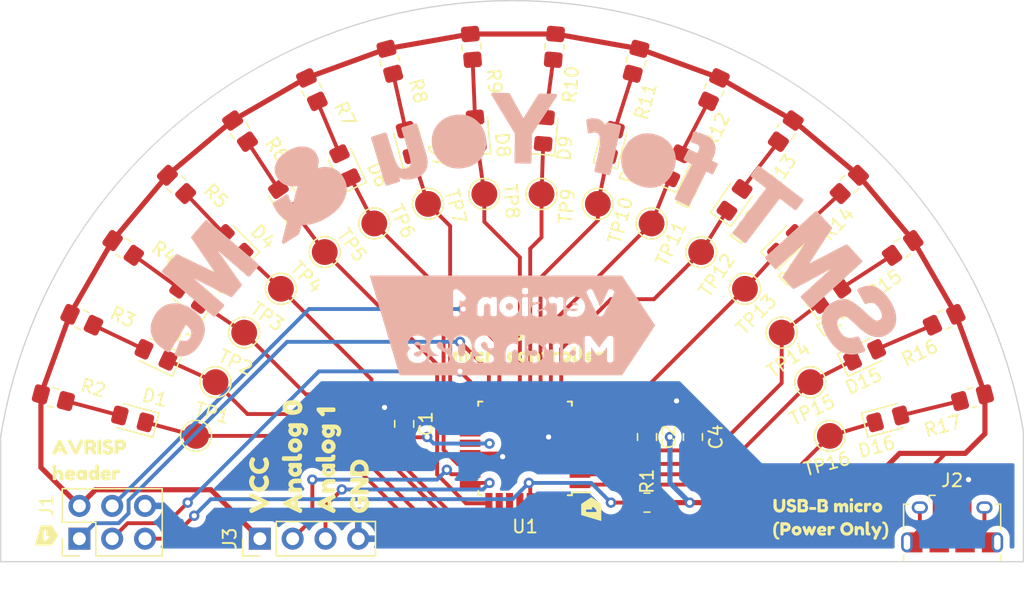
<source format=kicad_pcb>
(kicad_pcb (version 20211014) (generator pcbnew)
  (layers (0 "F.Cu" signal) (31 "B.Cu" signal) (34 "B.Paste" user) (35 "F.Paste" user) (36 "B.SilkS" user "B.Silkscreen") (37 "F.SilkS" user "F.Silkscreen") (38 "B.Mask" user) (39 "F.Mask" user) (44 "Edge.Cuts" user))
  (net 0 "")
  (net 1 "GND")
  (net 2 "Net-(C1-Pad2)")
  (net 3 "VCC")
  (net 4 "/LED1")
  (net 5 "Net-(D1-Pad2)")
  (net 6 "/LED0")
  (net 7 "Net-(D2-Pad2)")
  (net 8 "/LED2")
  (net 9 "Net-(D3-Pad2)")
  (net 10 "/LED3")
  (net 11 "Net-(D4-Pad2)")
  (net 12 "/LED4")
  (net 13 "Net-(D5-Pad2)")
  (net 14 "/LED5")
  (net 15 "Net-(D6-Pad2)")
  (net 16 "/LED6")
  (net 17 "Net-(D7-Pad2)")
  (net 18 "/LED7")
  (net 19 "Net-(D8-Pad2)")
  (net 20 "/LED8")
  (net 21 "Net-(D9-Pad2)")
  (net 22 "/LED9")
  (net 23 "Net-(D10-Pad2)")
  (net 24 "/LED10")
  (net 25 "Net-(D11-Pad2)")
  (net 26 "/LED11")
  (net 27 "Net-(D12-Pad2)")
  (net 28 "/LED12")
  (net 29 "Net-(D13-Pad2)")
  (net 30 "/LED13")
  (net 31 "Net-(D14-Pad2)")
  (net 32 "/LED14")
  (net 33 "Net-(D15-Pad2)")
  (net 34 "/LED15")
  (net 35 "Net-(D16-Pad2)")
  (net 36 "/SDI")
  (net 37 "/SCK")
  (net 38 "/SDO")
  (net 39 "/RESET")
  (net 43 "unconnected-(J2-Pad6)")
  (net 44 "/ADC0")
  (net 45 "/ADC1")
  (net 47 "/RX")
  (net 48 "/TX")
  (footprint "LED_SMD:LED_0805_2012Metric_Pad1.15x1.40mm_HandSolder" (layer "F.Cu") (at 113.152901 80.069027 105)
    (fp_text reference "D7")
    (fp_text value "LED")
  )
  (footprint "kibuzzard-64037CBD" (layer "F.Cu") (at 127.254 108.458 -90)
    (fp_text reference "kibuzzard-64037CBD" hide)
    (fp_text value "G***" hide)
  )
  (footprint "LED_SMD:LED_0805_2012Metric_Pad1.15x1.40mm_HandSolder" (layer "F.Cu") (at 128.819735 80.069026 75)
    (fp_text reference "D10")
    (fp_text value "LED")
  )
  (footprint "Resistor_SMD:R_0805_2012Metric_Pad1.20x1.40mm_HandSolder" (layer "F.Cu") (at 91.023655 88.234305 -35)
    (fp_text reference "R4")
    (fp_text value "R")
  )
  (footprint "kibuzzard-64037C19" (layer "F.Cu") (at 122.428 95.504)
    (fp_text reference "kibuzzard-64037C19" hide)
    (fp_text value "G***" hide)
  )
  (footprint "TestPoint:TestPoint_Pad_D2.0mm" (layer "F.Cu") (at 144.213243 98.624621 -65)
    (fp_text reference "TP15")
    (fp_text value "TestPoint")
  )
  (footprint "Connector_PinHeader_2.54mm:PinHeader_2x03_P2.54mm_Vertical" (layer "F.Cu") (at 87.63 110.744 90)
    (fp_text reference "J1")
    (fp_text value "AVR-ISP-6")
  )
  (footprint "kibuzzard-64037C58" (layer "F.Cu") (at 88.392 104.648)
    (fp_text reference "kibuzzard-64037C58" hide)
    (fp_text value "G***" hide)
  )
  (footprint "LED_SMD:LED_0805_2012Metric_Pad1.15x1.40mm_HandSolder" (layer "F.Cu") (at 142.387612 87.902444 45)
    (fp_text reference "D13")
    (fp_text value "LED")
  )
  (footprint "LED_SMD:LED_0805_2012Metric_Pad1.15x1.40mm_HandSolder" (layer "F.Cu") (at 123.624173 79.152909 85)
    (fp_text reference "D9")
    (fp_text value "LED")
  )
  (footprint "Resistor_SMD:R_0805_2012Metric_Pad1.20x1.40mm_HandSolder" (layer "F.Cu") (at 151.362395 88.234305 -145)
    (fp_text reference "R15")
    (fp_text value "R")
  )
  (footprint "TestPoint:TestPoint_Pad_D2.0mm" (layer "F.Cu") (at 114.619022 84.824609 15)
    (fp_text reference "TP7")
    (fp_text value "TestPoint")
  )
  (footprint "TestPoint:TestPoint_Pad_D2.0mm" (layer "F.Cu") (at 123.406781 84.05578 -5)
    (fp_text reference "TP9")
    (fp_text value "TestPoint")
  )
  (footprint "Resistor_SMD:R_0805_2012Metric_Pad1.20x1.40mm_HandSolder" (layer "F.Cu") (at 95.150283 83.316382 -45)
    (fp_text reference "R5")
    (fp_text value "R")
  )
  (footprint "Resistor_SMD:R_0805_2012Metric_Pad1.20x1.40mm_HandSolder" (layer "F.Cu") (at 105.627995 75.97981 -65)
    (fp_text reference "R7")
    (fp_text value "R")
  )
  (footprint "kibuzzard-6403760C" (layer "F.Cu") (at 105.41 104.394 90)
    (fp_text reference "kibuzzard-6403760C" hide)
    (fp_text value "G***" hide)
  )
  (footprint "LED_SMD:LED_0805_2012Metric_Pad1.15x1.40mm_HandSolder" (layer "F.Cu") (at 96.193862 91.943874 145)
    (fp_text reference "D3")
    (fp_text value "LED")
  )
  (footprint "TestPoint:TestPoint_Pad_D2.0mm" (layer "F.Cu") (at 96.65851 102.785121 75)
    (fp_text reference "TP1")
    (fp_text value "TestPoint")
  )
  (footprint "Resistor_SMD:R_0805_2012Metric_Pad1.20x1.40mm_HandSolder" (layer "F.Cu") (at 147.235769 83.316383 -135)
    (fp_text reference "R14")
    (fp_text value "R")
  )
  (footprint "TestPoint:TestPoint_Pad_D2.0mm" (layer "F.Cu") (at 103.232513 91.398612 45)
    (fp_text reference "TP4")
    (fp_text value "TestPoint")
  )
  (footprint "Resistor_SMD:R_0805_2012Metric_Pad1.20x1.40mm_HandSolder" (layer "F.Cu") (at 154.572341 93.794095 -155)
    (fp_text reference "R16")
    (fp_text value "R")
  )
  (footprint "Resistor_SMD:R_0805_2012Metric_Pad1.20x1.40mm_HandSolder" (layer "F.Cu") (at 87.81371 93.794094 -25)
    (fp_text reference "R3")
    (fp_text value "R")
  )
  (footprint "Resistor_SMD:R_0805_2012Metric_Pad1.20x1.40mm_HandSolder" (layer "F.Cu") (at 156.768074 99.826819 -165)
    (fp_text reference "R17")
    (fp_text value "R")
  )
  (footprint "Connector_USB:USB_Micro-B_Amphenol_10118194_Horizontal" (layer "F.Cu") (at 155.194 109.728)
    (fp_text reference "J2")
    (fp_text value "USB_B_Micro")
  )
  (footprint "LED_SMD:LED_0805_2012Metric_Pad1.15x1.40mm_HandSolder" (layer "F.Cu") (at 138.346182 84.511282 55)
    (fp_text reference "D12")
    (fp_text value "LED")
  )
  (footprint "TestPoint:TestPoint_Pad_D2.0mm" (layer "F.Cu") (at 100.386564 94.790284 55)
    (fp_text reference "TP3")
    (fp_text value "TestPoint")
  )
  (footprint "Capacitor_SMD:C_0805_2012Metric_Pad1.18x1.45mm_HandSolder" (layer "F.Cu") (at 135.128 102.87 90)
    (fp_text reference "C4")
    (fp_text value "4.7uF")
  )
  (footprint "Capacitor_SMD:C_0805_2012Metric_Pad1.18x1.45mm_HandSolder" (layer "F.Cu") (at 131.572 102.87 -90)
    (fp_text reference "C2")
    (fp_text value "100nF")
  )
  (footprint "TestPoint:TestPoint_Pad_D2.0mm" (layer "F.Cu") (at 141.999488 94.790284 -55)
    (fp_text reference "TP14")
    (fp_text value "TestPoint")
  )
  (footprint "TestPoint:TestPoint_Pad_D2.0mm" (layer "F.Cu") (at 118.97927 84.05578 5)
    (fp_text reference "TP8")
    (fp_text value "TestPoint")
  )
  (footprint "Capacitor_SMD:C_0805_2012Metric_Pad1.18x1.45mm_HandSolder" (layer "F.Cu") (at 112.776 101.854 -90)
    (fp_text reference "C1")
    (fp_text value "100nF")
  )
  (footprint "LED_SMD:LED_0805_2012Metric_Pad1.15x1.40mm_HandSolder" (layer "F.Cu") (at 150.221028 101.47032 15)
    (fp_text reference "D16")
    (fp_text value "LED")
  )
  (footprint "LED_SMD:LED_0805_2012Metric_Pad1.15x1.40mm_HandSolder" (layer "F.Cu") (at 118.348462 79.152909 95)
    (fp_text reference "D8")
    (fp_text value "LED")
  )
  (footprint "Connector_PinHeader_2.54mm:PinHeader_1x04_P2.54mm_Vertical" (layer "F.Cu") (at 101.6 110.744 90)
    (fp_text reference "J3")
    (fp_text value "Conn_01x04")
  )
  (footprint "TestPoint:TestPoint_Pad_D2.0mm" (layer "F.Cu") (at 139.153538 91.398613 -45)
    (fp_text reference "TP13")
    (fp_text value "TestPoint")
  )
  (footprint "Resistor_SMD:R_0805_2012Metric_Pad1.20x1.40mm_HandSolder" (layer "F.Cu") (at 100.068206 79.189756 -55)
    (fp_text reference "R6")
    (fp_text value "R")
  )
  (footprint "LED_SMD:LED_0805_2012Metric_Pad1.15x1.40mm_HandSolder" (layer "F.Cu") (at 145.778773 91.943873 35)
    (fp_text reference "D14")
    (fp_text value "LED")
  )
  (footprint "TestPoint:TestPoint_Pad_D2.0mm" (layer "F.Cu") (at 131.927529 86.338908 -25)
    (fp_text reference "TP11")
    (fp_text value "TestPoint")
  )
  (footprint "LED_SMD:LED_0805_2012Metric_Pad1.15x1.40mm_HandSolder" (layer "F.Cu") (at 108.195353 81.873426 115)
    (fp_text reference "D6")
    (fp_text value "LED")
  )
  (footprint "Resistor_SMD:R_0805_2012Metric_Pad1.20x1.40mm_HandSolder" (layer "F.Cu") (at 117.98308 72.669274 -85)
    (fp_text reference "R9")
    (fp_text value "R")
  )
  (footprint "TestPoint:TestPoint_Pad_D2.0mm" (layer "F.Cu") (at 127.76703 84.824609 -15)
    (fp_text reference "TP10")
    (fp_text value "TestPoint")
  )
  (footprint "kibuzzard-64037C81" (layer "F.Cu") (at 145.796 109.22)
    (fp_text reference "kibuzzard-64037C81" hide)
    (fp_text value "G***" hide)
  )
  (footprint "Resistor_SMD:R_0805_2012Metric_Pad1.20x1.40mm_HandSolder" (layer "F.Cu") (at 124.402971 72.669274 -95)
    (fp_text reference "R10")
    (fp_text value "R")
  )
  (footprint "TestPoint:TestPoint_Pad_D2.0mm" (layer "F.Cu") (at 98.172808 98.624622 65)
    (fp_text reference "TP2")
    (fp_text value "TestPoint")
  )
  (footprint "Resistor_SMD:R_0805_2012Metric_Pad1.20x1.40mm_HandSolder" (layer "F.Cu") (at 136.758056 75.979809 -115)
    (fp_text reference "R12")
    (fp_text value "R")
  )
  (footprint "LED_SMD:LED_0805_2012Metric_Pad1.15x1.40mm_HandSolder" (layer "F.Cu") (at 103.626452 84.511282 125)
    (fp_text reference "D5")
    (fp_text value "LED")
  )
  (footprint "Resistor_SMD:R_0805_2012Metric_Pad1.20x1.40mm_HandSolder" (layer "F.Cu") (at 142.317845 79.189755 -125)
    (fp_text reference "R13")
    (fp_text value "R")
  )
  (footprint "Package_QFP:TQFP-32_7x7mm_P0.8mm" (layer "F.Cu") (at 122.130339 103.754561 180)
    (fp_text reference "U1")
    (fp_text value "ATmega48PB-A")
  )
  (footprint "Resistor_SMD:R_0805_2012Metric_Pad1.20x1.40mm_HandSolder" (layer "F.Cu") (at 130.725332 73.784077 -105)
    (fp_text reference "R11")
    (fp_text value "R")
  )
  (footprint "LED_SMD:LED_0805_2012Metric_Pad1.15x1.40mm_HandSolder" (layer "F.Cu") (at 93.556006 96.512774 155)
    (fp_text reference "D2")
    (fp_text value "LED")
  )
  (footprint "LED_SMD:LED_0805_2012Metric_Pad1.15x1.40mm_HandSolder" (layer "F.Cu") (at 148.416629 96.512774 25)
    (fp_text reference "D15")
    (fp_text value "LED")
  )
  (footprint "Resistor_SMD:R_0805_2012Metric_Pad1.20x1.40mm_HandSolder" (layer "F.Cu") (at 131.572 107.95)
    (fp_text reference "R1")
    (fp_text value "4.8K")
  )
  (footprint "LED_SMD:LED_0805_2012Metric_Pad1.15x1.40mm_HandSolder" (layer "F.Cu") (at 91.751607 101.47032 165)
    (fp_text reference "D1")
    (fp_text value "LED")
  )
  (footprint "TestPoint:TestPoint_Pad_D2.0mm" (layer "F.Cu") (at 135.761867 88.552663 -35)
    (fp_text reference "TP12")
    (fp_text value "TestPoint")
  )
  (footprint "LED_SMD:LED_0805_2012Metric_Pad1.15x1.40mm_HandSolder" (layer "F.Cu") (at 133.777281 81.873426 65)
    (fp_text reference "D11")
    (fp_text value "LED")
  )
  (footprint "Resistor_SMD:R_0805_2012Metric_Pad1.20x1.40mm_HandSolder" (layer "F.Cu") (at 85.617978 99.826819 -15)
    (fp_text reference "R2")
    (fp_text value "R")
  )
  (footprint "LED_SMD:LED_0805_2012Metric_Pad1.15x1.40mm_HandSolder" (layer "F.Cu") (at 99.585024 87.902444 135)
    (fp_text reference "D4")
    (fp_text value "LED")
  )
  (footprint "TestPoint:TestPoint_Pad_D2.0mm" (layer "F.Cu") (at 145.727542 102.785121 -75)
    (fp_text reference "TP16")
    (fp_text value "TestPoint")
  )
  (footprint "TestPoint:TestPoint_Pad_D2.0mm" (layer "F.Cu") (at 110.458521 86.338908 25)
    (fp_text reference "TP6")
    (fp_text value "TestPoint")
  )
  (footprint "TestPoint:TestPoint_Pad_D2.0mm" (layer "F.Cu") (at 106.624184 88.552663 35)
    (fp_text reference "TP5")
    (fp_text value "TestPoint")
  )
  (footprint "kibuzzard-64037CBD" (layer "F.Cu") (at 85.09 110.49 180)
    (fp_text reference "kibuzzard-64037CBD" hide)
    (fp_text value "G***" hide)
  )
  (footprint "Resistor_SMD:R_0805_2012Metric_Pad1.20x1.40mm_HandSolder" (layer "F.Cu") (at 111.66072 73.784077 -75)
    (fp_text reference "R8")
    (fp_text value "R")
  )
  (footprint "kibuzzard-6404A9BB" (layer "B.Cu") (at 121.158 94.234 180)
    (fp_text reference "kibuzzard-6404A9BB" hide)
    (fp_text value "G***" hide)
  )
  (gr_poly (pts (xy 139.17451 87.72162) (xy 141.821292 84.233888) (xy 143.066371 85.178758) (xy 143.550197 84.541231) (xy 140.219966 82.013971) (xy 139.736156 82.651506) (xy 140.973735 83.590685) (xy 138.326945 87.078417) (xy 139.17451 87.72162)) (layer "B.SilkS") (width 0.264582) (fill solid))
  (gr_poly (pts (xy 133.555705 82.072122) (xy 133.585925 81.981332) (xy 133.611627 81.890723) (xy 133.632811 81.800297) (xy 133.649478 81.710052) (xy 133.661627 81.61999) (xy 133.669259 81.53011) (xy 133.672373 81.440412) (xy 133.67097 81.350896) (xy 133.665049 81.261562) (xy 133.654611 81.172409) (xy 133.639655 81.083439) (xy 133.620181 80.99465) (xy 133.59619 80.906043) (xy 133.567681 80.817618) (xy 133.534655 80.729375) (xy 133.497111 80.641313) (xy 133.455679 80.553861) (xy 133.410199 80.469648) (xy 133.360671 80.388675) (xy 133.307094 80.310941) (xy 133.249468 80.236448) (xy 133.187795 80.165194) (xy 133.122073 80.097179) (xy 133.052302 80.032405) (xy 132.978484 79.97087) (xy 132.900617 79.912575) (xy 132.818701 79.85752) (xy 132.732738 79.805706) (xy 132.642726 79.757131) (xy 132.548665 79.711796) (xy 132.450556 79.669701) (xy 132.348399 79.630846) (xy 132.243694 79.595729) (xy 132.14016 79.56564) (xy 132.037799 79.540578) (xy 131.936609 79.520545) (xy 131.836591 79.505539) (xy 131.737745 79.495561) (xy 131.64007 79.490611) (xy 131.543568 79.490689) (xy 131.448237 79.495795) (xy 131.354077 79.505928) (xy 131.26109 79.521089) (xy 131.169273 79.541278) (xy 131.078629 79.566495) (xy 130.989156 79.59674) (xy 130.900854 79.632012) (xy 130.813724 79.672312) (xy 130.728093 79.715413) (xy 130.645713 79.762098) (xy 130.566583 79.812366) (xy 130.490703 79.866216) (xy 130.418073 79.92365) (xy 130.348693 79.984666) (xy 130.282564 80.049266) (xy 130.219685 80.117449) (xy 130.160056 80.189214) (xy 130.103677 80.264563) (xy 130.050548 80.343495) (xy 130.00067 80.42601) (xy 129.954042 80.512108) (xy 129.910664 80.60179) (xy 129.870536 80.695055) (xy 129.833659 80.791902) (xy 129.801157 80.889184) (xy 129.773366 80.985961) (xy 129.750286 81.082234) (xy 129.731917 81.178003) (xy 129.718259 81.273267) (xy 129.709311 81.368028) (xy 129.705074 81.462285) (xy 129.705548 81.556038) (xy 129.710733 81.649287) (xy 129.720629 81.742033) (xy 129.735236 81.834275) (xy 129.754553 81.926013) (xy 129.778582 82.017249) (xy 129.807321 82.107981) (xy 129.840771 82.198209) (xy 129.878932 82.287935) (xy 129.920364 82.37539) (xy 129.965844 82.459605) (xy 130.015373 82.540581) (xy 130.06895 82.618316) (xy 130.126575 82.692811) (xy 130.188249 82.764066) (xy 130.253971 82.832081) (xy 130.323742 82.896855) (xy 130.397561 82.95839) (xy 130.475429 83.016684) (xy 130.557345 83.071738) (xy 130.643309 83.123552) (xy 130.733322 83.172125) (xy 130.827383 83.217458) (xy 130.925493 83.259551) (xy 131.027652 83.298403) (xy 131.13443 83.334379) (xy 131.239754 83.365461) (xy 131.343625 83.391649) (xy 131.446043 83.412942) (xy 131.547007 83.429341) (xy 131.646518 83.440846) (xy 131.744575 83.447456) (xy 131.841179 83.449172) (xy 131.936329 83.445993) (xy 132.030025 83.43792) (xy 132.122268 83.424953) (xy 132.213056 83.407091) (xy 132.302391 83.384335) (xy 132.390272 83.356684) (xy 132.476699 83.324139) (xy 132.561671 83.286699) (xy 132.644537 83.244563) (xy 132.724638 83.197924) (xy 132.801973 83.146782) (xy 132.876543 83.091135) (xy 132.948348 83.030986) (xy 133.017387 82.966333) (xy 133.083662 82.897177) (xy 133.147171 82.823518) (xy 133.207915 82.745355) (xy 133.265894 82.662689) (xy 133.321109 82.575519) (xy 133.373558 82.483846) (xy 133.423242 82.38767) (xy 133.470161 82.286991) (xy 133.514316 82.181808) (xy 133.555705 82.072122)) (layer "B.SilkS") (width 0.264582) (fill solid))
  (gr_poly (pts (xy 144.279033 92.761461) (xy 148.104625 89.27099) (xy 147.025752 88.088541) (xy 143.748599 89.791269) (xy 145.756496 86.697412) (xy 144.677623 85.514963) (xy 140.852031 89.005434) (xy 141.518397 89.735781) (xy 144.551051 86.968782) (xy 142.210139 90.493936) (xy 142.920924 91.272966) (xy 146.645328 89.264147) (xy 143.612674 92.03113) (xy 144.279033 92.761461)) (layer "B.SilkS") (width 0.264582) (fill solid))
  (gr_poly (pts (xy 148.329059 96.142351) (xy 147.878482 95.214426) (xy 147.759711 95.256429) (xy 147.644498 95.289065) (xy 147.532842 95.312334) (xy 147.424744 95.326237) (xy 147.372028 95.329676) (xy 147.320202 95.330773) (xy 147.269266 95.329529) (xy 147.219218 95.325943) (xy 147.17006 95.320015) (xy 147.121791 95.311745) (xy 147.074412 95.301134) (xy 147.027922 95.288181) (xy 146.982321 95.272887) (xy 146.937609 95.25525) (xy 146.893787 95.235272) (xy 146.850854 95.212952) (xy 146.808811 95.188291) (xy 146.767656 95.161288) (xy 146.727391 95.131943) (xy 146.688016 95.100256) (xy 146.649529 95.066228) (xy 146.611932 95.029858) (xy 146.539406 94.950092) (xy 146.470437 94.86096) (xy 146.405025 94.762461) (xy 146.342355 94.655096) (xy 146.289028 94.55139) (xy 146.245043 94.451342) (xy 146.210402 94.354952) (xy 146.185104 94.262221) (xy 146.175958 94.217227) (xy 146.169148 94.173148) (xy 146.164674 94.129983) (xy 146.162535 94.087733) (xy 146.162732 94.046397) (xy 146.165265 94.005977) (xy 146.170134 93.96647) (xy 146.177338 93.927878) (xy 146.186878 93.890201) (xy 146.198754 93.853438) (xy 146.212965 93.81759) (xy 146.229512 93.782657) (xy 146.248395 93.748638) (xy 146.269614 93.715533) (xy 146.293168 93.683343) (xy 146.319058 93.652068) (xy 146.347284 93.621707) (xy 146.377845 93.592261) (xy 146.410742 93.563729) (xy 146.445975 93.536112) (xy 146.483544 93.50941) (xy 146.523448 93.483621) (xy 146.557398 93.463763) (xy 146.591123 93.446203) (xy 146.624623 93.430943) (xy 146.657899 93.417982) (xy 146.690951 93.407321) (xy 146.723778 93.398959) (xy 146.756381 93.392896) (xy 146.788759 93.389132) (xy 146.820913 93.387668) (xy 146.852843 93.388503) (xy 146.884549 93.391637) (xy 146.91603 93.397071) (xy 146.947287 93.404804) (xy 146.97832 93.414836) (xy 147.009129 93.427167) (xy 147.039714 93.441797) (xy 147.0718 93.459561) (xy 147.107115 93.481296) (xy 147.145656 93.507005) (xy 147.187426 93.536686) (xy 147.232423 93.57034) (xy 147.280648 93.607966) (xy 147.3321 93.649565) (xy 147.386781 93.695137) (xy 147.505825 93.798198) (xy 147.63778 93.917151) (xy 147.782647 94.051995) (xy 147.940425 94.20273) (xy 148.092787 94.34587) (xy 148.24301 94.475033) (xy 148.391094 94.590217) (xy 148.53704 94.691424) (xy 148.680847 94.778653) (xy 148.822515 94.851903) (xy 148.962045 94.911176) (xy 149.031008 94.93557) (xy 149.099436 94.95647) (xy 149.167329 94.973876) (xy 149.234688 94.987787) (xy 149.301512 94.998203) (xy 149.367802 95.005125) (xy 149.433557 95.008553) (xy 149.498777 95.008486) (xy 149.563462 95.004924) (xy 149.627613 94.997868) (xy 149.691229 94.987317) (xy 149.75431 94.973272) (xy 149.816857 94.955732) (xy 149.878869 94.934698) (xy 149.940346 94.910169) (xy 150.001289 94.882145) (xy 150.061697 94.850627) (xy 150.12157 94.815615) (xy 150.190631 94.770645) (xy 150.255566 94.723469) (xy 150.316373 94.674084) (xy 150.373053 94.622491) (xy 150.425606 94.568691) (xy 150.474032 94.512682) (xy 150.518331 94.454466) (xy 150.558502 94.394042) (xy 150.57704 94.363002) (xy 150.594546 94.33141) (xy 150.611021 94.299266) (xy 150.626463 94.26657) (xy 150.654253 94.199522) (xy 150.677915 94.130266) (xy 150.697449 94.058802) (xy 150.712856 93.985131) (xy 150.724136 93.909251) (xy 150.731288 93.831163) (xy 150.735377 93.750904) (xy 150.735454 93.669747) (xy 150.731522 93.587692) (xy 150.723578 93.504741) (xy 150.711624 93.420892) (xy 150.695659 93.336146) (xy 150.675683 93.250503) (xy 150.651697 93.163962) (xy 150.623701 93.076525) (xy 150.591694 92.98819) (xy 150.555676 92.898958) (xy 150.515648 92.808829) (xy 150.47161 92.717802) (xy 150.423561 92.625879) (xy 150.371502 92.533058) (xy 150.315433 92.43934) (xy 150.25091 92.337503) (xy 150.185849 92.240363) (xy 150.12025 92.147919) (xy 150.054111 92.060173) (xy 149.987434 91.977123) (xy 149.920218 91.89877) (xy 149.852463 91.825113) (xy 149.784169 91.756154) (xy 149.715337 91.691891) (xy 149.645965 91.632325) (xy 149.576055 91.577456) (xy 149.505606 91.527283) (xy 149.434619 91.481807) (xy 149.363092 91.441028) (xy 149.291027 91.404946) (xy 149.218423 91.373561) (xy 149.14528 91.346872) (xy 149.071598 91.32488) (xy 148.997378 91.307585) (xy 148.922619 91.294986) (xy 148.84732 91.287085) (xy 148.771483 91.28388) (xy 148.695108 91.285371) (xy 148.618193 91.29156) (xy 148.54074 91.302445) (xy 148.462747 91.318027) (xy 148.384216 91.338306) (xy 148.305146 91.363281) (xy 148.225537 91.392953) (xy 148.14539 91.427321) (xy 148.064703 91.466387) (xy 147.983478 91.510149) (xy 148.506847 92.448488) (xy 148.594353 92.41444) (xy 148.63732 92.400396) (xy 148.679762 92.38834) (xy 148.72168 92.378271) (xy 148.763073 92.37019) (xy 148.803942 92.364095) (xy 148.844287 92.359988) (xy 148.884106 92.357868) (xy 148.923402 92.357735) (xy 148.962173 92.35959) (xy 149.000419 92.363432) (xy 149.038141 92.369261) (xy 149.075338 92.377077) (xy 149.112011 92.38688) (xy 149.148159 92.398671) (xy 149.183783 92.412449) (xy 149.218882 92.428214) (xy 149.253457 92.445966) (xy 149.287507 92.465706) (xy 149.321032 92.487433) (xy 149.354033 92.511147) (xy 149.38651 92.536848) (xy 149.418462 92.564537) (xy 149.449889 92.594212) (xy 149.480792 92.625875) (xy 149.541024 92.695163) (xy 149.599157 92.772399) (xy 149.655192 92.857584) (xy 149.710172 92.950937) (xy 149.757727 93.040659) (xy 149.797857 93.12675) (xy 149.830562 93.209209) (xy 149.855842 93.288038) (xy 149.873696 93.363234) (xy 149.884126 93.4348) (xy 149.886557 93.469221) (xy 149.887131 93.502734) (xy 149.885849 93.535339) (xy 149.882711 93.567037) (xy 149.877716 93.597827) (xy 149.870865 93.627709) (xy 149.862158 93.656683) (xy 149.851595 93.684749) (xy 149.839176 93.711908) (xy 149.8249 93.738158) (xy 149.808768 93.763501) (xy 149.79078 93.787936) (xy 149.770936 93.811464) (xy 149.749235 93.834083) (xy 149.725678 93.855795) (xy 149.700265 93.876599) (xy 149.672996 93.896495) (xy 149.64387 93.915483) (xy 149.621662 93.928446) (xy 149.599109 93.940151) (xy 149.576213 93.950599) (xy 149.552973 93.959789) (xy 149.52939 93.967722) (xy 149.505463 93.974398) (xy 149.481192 93.979816) (xy 149.456578 93.983977) (xy 149.431621 93.986881) (xy 149.40632 93.988527) (xy 149.380675 93.988916) (xy 149.354688 93.988048) (xy 149.328356 93.985922) (xy 149.301682 93.982539) (xy 149.274664 93.977899) (xy 149.247302 93.972002) (xy 149.217662 93.962411) (xy 149.185045 93.948692) (xy 149.149451 93.930846) (xy 149.110879 93.908872) (xy 149.069329 93.882772) (xy 149.024802 93.852543) (xy 148.977298 93.818188) (xy 148.926816 93.779705) (xy 148.873357 93.737095) (xy 148.81692 93.690358) (xy 148.757506 93.639493) (xy 148.695115 93.584502) (xy 148.629746 93.525384) (xy 148.561399 93.462138) (xy 148.490076 93.394766) (xy 148.415774 93.323267) (xy 148.292936 93.207464) (xy 148.174008 93.098843) (xy 148.058989 92.997403) (xy 147.947882 92.903144) (xy 147.840684 92.816067) (xy 147.737396 92.736172) (xy 147.638019 92.663458) (xy 147.542552 92.597925) (xy 147.450995 92.539574) (xy 147.363349 92.488404) (xy 147.279613 92.444416) (xy 147.199787 92.40761) (xy 147.123872 92.377985) (xy 147.051867 92.355542) (xy 146.983773 92.340281) (xy 146.919589 92.332201) (xy 146.857549 92.328932) (xy 146.795892 92.328103) (xy 146.734618 92.329713) (xy 146.673726 92.333763) (xy 146.613218 92.340254) (xy 146.553092 92.349184) (xy 146.493348 92.360554) (xy 146.433988 92.374365) (xy 146.375009 92.390615) (xy 146.316414 92.409306) (xy 146.2582 92.430437) (xy 146.200369 92.454007) (xy 146.14292 92.480019) (xy 146.085853 92.50847) (xy 146.029168 92.539362) (xy 145.972865 92.572695) (xy 145.890614 92.625829) (xy 145.81316 92.680823) (xy 145.740505 92.737676) (xy 145.672647 92.796388) (xy 145.609588 92.856959) (xy 145.551327 92.919389) (xy 145.497863 92.983678) (xy 145.449198 93.049827) (xy 145.405331 93.117834) (xy 145.366261 93.187701) (xy 145.33199 93.259427) (xy 145.302517 93.333012) (xy 145.277842 93.408456) (xy 145.257964 93.485759) (xy 145.242885 93.564922) (xy 145.232604 93.645944) (xy 145.227121 93.728824) (xy 145.226436 93.813565) (xy 145.230549 93.900164) (xy 145.23946 93.988622) (xy 145.253169 94.07894) (xy 145.271676 94.171117) (xy 145.294981 94.265153) (xy 145.323084 94.361049) (xy 145.355985 94.458804) (xy 145.393684 94.558418) (xy 145.436181 94.659891) (xy 145.483476 94.763223) (xy 145.53557 94.868415) (xy 145.592461 94.975466) (xy 145.65415 95.084377) (xy 145.720637 95.195146) (xy 145.785729 95.297484) (xy 145.85188 95.395129) (xy 145.91909 95.48808) (xy 145.987359 95.576337) (xy 146.056688 95.659901) (xy 146.127076 95.738771) (xy 146.198523 95.812948) (xy 146.271029 95.882431) (xy 146.344595 95.947221) (xy 146.41922 96.007317) (xy 146.494904 96.06272) (xy 146.571648 96.113429) (xy 146.649451 96.159444) (xy 146.728313 96.200766) (xy 146.808234 96.237394) (xy 146.889215 96.269329) (xy 146.971254 96.29657) (xy 147.054353 96.319118) (xy 147.138512 96.336972) (xy 147.223729 96.350132) (xy 147.310006 96.358599) (xy 147.397342 96.362373) (xy 147.485737 96.361453) (xy 147.575192 96.355839) (xy 147.665706 96.345532) (xy 147.757278 96.330531) (xy 147.849911 96.310837) (xy 147.943602 96.286449) (xy 148.038353 96.257368) (xy 148.134162 96.223593) (xy 148.231031 96.185124) (xy 148.32896 96.141962) (xy 148.328974 96.142011) (xy 148.328987 96.142059) (xy 148.329012 96.142156) (xy 148.329036 96.142254) (xy 148.329059 96.142351)) (layer "B.SilkS") (width 0.264582) (fill solid))
  (gr_poly (pts (xy 103.436717 87.781107) (xy 104.519832 87.097986) (xy 104.767131 86.307512) (xy 104.822141 86.313996) (xy 104.877823 86.318926) (xy 104.934177 86.322302) (xy 104.991203 86.324123) (xy 105.048901 86.32439) (xy 105.107272 86.323103) (xy 105.166314 86.320261) (xy 105.226028 86.315865) (xy 105.286414 86.309915) (xy 105.347472 86.302411) (xy 105.409202 86.293352) (xy 105.471603 86.282738) (xy 105.534677 86.27057) (xy 105.598423 86.256848) (xy 105.662841 86.241572) (xy 105.727931 86.224741) (xy 105.792422 86.206927) (xy 105.857055 86.187552) (xy 105.921833 86.166616) (xy 105.986753 86.144118) (xy 106.051817 86.12006) (xy 106.117024 86.094439) (xy 106.247869 86.038515) (xy 106.379286 85.976345) (xy 106.511276 85.907929) (xy 106.643838 85.833267) (xy 106.776973 85.752359) (xy 106.888107 85.680358) (xy 106.994528 85.607504) (xy 107.096235 85.533795) (xy 107.193229 85.459231) (xy 107.285509 85.383813) (xy 107.373076 85.307538) (xy 107.455929 85.230408) (xy 107.534068 85.152422) (xy 107.570526 85.113425) (xy 107.606107 85.07359) (xy 107.640811 85.032917) (xy 107.674639 84.991406) (xy 107.70759 84.949056) (xy 107.739664 84.905869) (xy 107.770862 84.861843) (xy 107.801183 84.816978) (xy 107.830627 84.771276) (xy 107.859195 84.724734) (xy 107.886885 84.677354) (xy 107.913699 84.629136) (xy 107.939637 84.580078) (xy 107.964697 84.530182) (xy 107.98888 84.479447) (xy 108.012187 84.427873) (xy 108.059453 84.321138) (xy 108.099821 84.215187) (xy 108.133291 84.110021) (xy 108.159865 84.00564) (xy 108.17954 83.902044) (xy 108.192318 83.799232) (xy 108.198198 83.697206) (xy 108.197181 83.595963) (xy 108.189266 83.495506) (xy 108.174454 83.395832) (xy 108.152744 83.296944) (xy 108.124136 83.198839) (xy 108.088631 83.101519) (xy 108.046228 83.004983) (xy 107.996928 82.909232) (xy 107.94073 82.814264) (xy 107.898549 82.750073) (xy 107.854882 82.688905) (xy 107.809731 82.63076) (xy 107.763095 82.575639) (xy 107.714974 82.523542) (xy 107.665369 82.474468) (xy 107.614279 82.428418) (xy 107.561704 82.385391) (xy 107.507644 82.345388) (xy 107.4521 82.308408) (xy 107.395071 82.274453) (xy 107.336557 82.24352) (xy 107.276559 82.215611) (xy 107.215076 82.190726) (xy 107.152109 82.168864) (xy 107.087657 82.150026) (xy 107.020403 82.133783) (xy 106.95228 82.120436) (xy 106.883287 82.109985) (xy 106.813425 82.102431) (xy 106.742694 82.097772) (xy 106.671094 82.09601) (xy 106.598624 82.097144) (xy 106.525285 82.101174) (xy 106.451077 82.108101) (xy 106.375999 82.117924) (xy 106.300053 82.130643) (xy 106.223237 82.146259) (xy 106.145552 82.164772) (xy 106.066998 82.186181) (xy 105.987575 82.210486) (xy 105.907283 82.237688) (xy 105.935102 82.125695) (xy 105.959119 82.022015) (xy 105.979333 81.926647) (xy 105.995744 81.839591) (xy 106.008352 81.760846) (xy 106.017157 81.690413) (xy 106.022158 81.628291) (xy 106.023357 81.57448) (xy 106.022997 81.535442) (xy 106.021242 81.496675) (xy 106.018093 81.458179) (xy 106.013549 81.419953) (xy 106.007611 81.381997) (xy 106.000278 81.344313) (xy 105.991551 81.306898) (xy 105.981429 81.269754) (xy 105.969913 81.232881) (xy 105.957003 81.196277) (xy 105.942698 81.159944) (xy 105.926999 81.123882) (xy 105.909905 81.088089) (xy 105.891418 81.052567) (xy 105.871536 81.017314) (xy 105.850261 80.982332) (xy 105.817691 80.933863) (xy 105.782769 80.888009) (xy 105.764427 80.866062) (xy 105.745496 80.844769) (xy 105.725977 80.824129) (xy 105.705871 80.804143) (xy 105.685176 80.78481) (xy 105.663894 80.766131) (xy 105.642023 80.748105) (xy 105.619565 80.730733) (xy 105.596519 80.714015) (xy 105.572885 80.697949) (xy 105.523852 80.66778) (xy 105.472468 80.640224) (xy 105.418733 80.615282) (xy 105.362645 80.592954) (xy 105.304206 80.573239) (xy 105.243415 80.556139) (xy 105.180272 80.541651) (xy 105.114778 80.529778) (xy 105.046931 80.520517) (xy 104.970225 80.513625) (xy 104.893137 80.510539) (xy 104.815667 80.511261) (xy 104.737815 80.51579) (xy 104.659581 80.524127) (xy 104.580965 80.53627) (xy 104.501967 80.55222) (xy 104.422587 80.571977) (xy 104.342826 80.595542) (xy 104.262682 80.622913) (xy 104.182156 80.654091) (xy 104.101249 80.689076) (xy 104.019959 80.727867) (xy 103.938288 80.770466) (xy 103.856234 80.816871) (xy 103.773799 80.867082) (xy 103.701589 80.914059) (xy 103.632292 80.962069) (xy 103.565907 81.011113) (xy 103.502434 81.061189) (xy 103.441874 81.112299) (xy 103.384226 81.164442) (xy 103.32949 81.217618) (xy 103.277667 81.271827) (xy 103.228757 81.327068) (xy 103.182758 81.383343) (xy 103.139673 81.44065) (xy 103.0995 81.498991) (xy 103.06224 81.558363) (xy 103.027893 81.618769) (xy 102.996458 81.680207) (xy 102.967937 81.742678) (xy 102.941969 81.806235) (xy 102.920188 81.869673) (xy 102.902594 81.932994) (xy 102.889187 81.996196) (xy 102.879966 82.059279) (xy 102.874933 82.122244) (xy 102.874086 82.185091) (xy 102.877425 82.247819) (xy 102.884952 82.310429) (xy 102.896665 82.37292) (xy 102.912565 82.435292) (xy 102.932652 82.497547) (xy 102.956925 82.559682) (xy 102.985385 82.6217) (xy 103.018032 82.683598) (xy 103.054866 82.745378) (xy 103.08722 82.794592) (xy 103.120868 82.841685) (xy 103.155809 82.886658) (xy 103.192043 82.929511) (xy 103.229572 82.970243) (xy 103.268393 83.008855) (xy 103.308508 83.045347) (xy 103.349917 83.079718) (xy 103.39262 83.111969) (xy 103.436615 83.142099) (xy 103.481905 83.170109) (xy 103.528487 83.195999) (xy 103.576364 83.219769) (xy 103.625534 83.241418) (xy 103.675997 83.260947) (xy 103.727754 83.278355) (xy 103.780804 83.293644) (xy 103.835148 83.306812) (xy 103.890785 83.317859) (xy 103.947716 83.326787) (xy 104.00594 83.333594) (xy 104.065458 83.338281) (xy 104.126269 83.340847) (xy 104.188374 83.341293) (xy 104.251772 83.339619) (xy 104.316464 83.335825) (xy 104.382449 83.32991) (xy 104.449727 83.321876) (xy 104.518299 83.31172) (xy 104.588165 83.299445) (xy 104.659324 83.285049) (xy 104.731776 83.268534) (xy 104.668831 83.455552) (xy 104.606772 83.652798) (xy 104.545598 83.860273) (xy 104.485309 84.077974) (xy 104.425904 84.305902) (xy 104.367382 84.544057) (xy 104.309743 84.792437) (xy 104.252986 85.051042) (xy 104.225343 85.032862) (xy 104.197701 85.013028) (xy 104.17006 84.991541) (xy 104.142419 84.968401) (xy 104.11478 84.943608) (xy 104.087141 84.917161) (xy 104.059504 84.889062) (xy 104.031867 84.859309) (xy 104.004232 84.827904) (xy 103.976597 84.794845) (xy 103.948964 84.760135) (xy 103.921332 84.723771) (xy 103.893701 84.685755) (xy 103.866072 84.646086) (xy 103.838444 84.604766) (xy 103.810817 84.561792) (xy 103.80094 84.545503) (xy 103.791386 84.528487) (xy 103.782157 84.510744) (xy 103.773251 84.492274) (xy 103.76467 84.473077) (xy 103.756412 84.453154) (xy 103.748479 84.432503) (xy 103.740869 84.411126) (xy 103.733583 84.389022) (xy 103.72662 84.366191) (xy 103.719982 84.342634) (xy 103.713667 84.31835) (xy 103.707676 84.293339) (xy 103.702009 84.267601) (xy 103.696666 84.241136) (xy 103.691646 84.213945) (xy 102.727992 84.821718) (xy 102.937236 85.224085) (xy 102.986248 85.299317) (xy 103.036597 85.371705) (xy 103.088284 85.44125) (xy 103.141309 85.507951) (xy 103.195672 85.571809) (xy 103.251372 85.632822) (xy 103.30841 85.690992) (xy 103.366786 85.746319) (xy 103.426499 85.798801) (xy 103.48755 85.84844) (xy 103.549938 85.895236) (xy 103.613663 85.939187) (xy 103.678726 85.980295) (xy 103.745126 86.01856) (xy 103.812863 86.05398) (xy 103.881938 86.086557) (xy 103.871742 86.11286) (xy 103.859195 86.149777) (xy 103.82705 86.255455) (xy 103.785502 86.403589) (xy 103.734552 86.59418) (xy 103.674199 86.827228) (xy 103.604445 87.102731) (xy 103.436732 87.781107) (xy 103.436717 87.781107)) (layer "B.SilkS") (width 0.264582) (fill solid))
  (gr_poly (pts (xy 101.384242 89.582109) (xy 97.460261 86.202616) (xy 96.415706 87.415483) (xy 98.499065 90.464838) (xy 95.186793 88.842378) (xy 94.142207 90.055231) (xy 98.066173 93.434725) (xy 98.711345 92.685602) (xy 95.600719 90.006586) (xy 99.381099 91.907946) (xy 100.069301 91.108873) (xy 97.628413 87.652178) (xy 100.739055 90.331217) (xy 101.384242 89.582109)) (layer "B.SilkS") (width 0.264582) (fill solid))
  (gr_poly (pts (xy 104.065822 82.230242) (xy 104.034347 82.1773) (xy 104.007729 82.125992) (xy 103.985967 82.076317) (xy 103.976907 82.052092) (xy 103.969062 82.028276) (xy 103.962431 82.004868) (xy 103.957013 81.981868) (xy 103.95281 81.959277) (xy 103.949822 81.937094) (xy 103.948047 81.915319) (xy 103.947486 81.893953) (xy 103.94814 81.872995) (xy 103.950008 81.852445) (xy 103.953089 81.832304) (xy 103.957385 81.812571) (xy 103.962896 81.793247) (xy 103.96962 81.77433) (xy 103.977558 81.755822) (xy 103.986711 81.737722) (xy 103.997078 81.720031) (xy 104.008658 81.702748) (xy 104.021454 81.685873) (xy 104.035463 81.669406) (xy 104.050686 81.653348) (xy 104.067123 81.637698) (xy 104.084775 81.622456) (xy 104.103641 81.607622) (xy 104.123721 81.593197) (xy 104.145015 81.57918) (xy 104.169903 81.564175) (xy 104.194797 81.550559) (xy 104.219698 81.538332) (xy 104.244604 81.527492) (xy 104.269516 81.518041) (xy 104.294435 81.509978) (xy 104.319359 81.503303) (xy 104.344289 81.498016) (xy 104.369225 81.494118) (xy 104.394167 81.491607) (xy 104.419115 81.490485) (xy 104.444068 81.49075) (xy 104.469028 81.492404) (xy 104.493993 81.495446) (xy 104.518964 81.499876) (xy 104.543941 81.505693) (xy 104.567795 81.513391) (xy 104.591398 81.522204) (xy 104.614748 81.532133) (xy 104.637845 81.543179) (xy 104.66069 81.555339) (xy 104.683282 81.568616) (xy 104.705621 81.583009) (xy 104.727708 81.598517) (xy 104.749542 81.615142) (xy 104.771124 81.632882) (xy 104.792452 81.651738) (xy 104.813528 81.67171) (xy 104.834352 81.692798) (xy 104.854922 81.715002) (xy 104.87524 81.738322) (xy 104.895305 81.762758) (xy 104.913692 81.794603) (xy 104.929928 81.828414) (xy 104.944012 81.86419) (xy 104.955944 81.901932) (xy 104.965724 81.941641) (xy 104.973353 81.983315) (xy 104.978829 82.026955) (xy 104.982154 82.07256) (xy 104.983327 82.120132) (xy 104.982348 82.169669) (xy 104.979217 82.221172) (xy 104.973934 82.274641) (xy 104.9665 82.330075) (xy 104.956913 82.387475) (xy 104.945175 82.446841) (xy 104.931285 82.508173) (xy 104.853559 82.517454) (xy 104.778983 82.523181) (xy 104.707559 82.525354) (xy 104.639287 82.523974) (xy 104.574165 82.51904) (xy 104.512195 82.510553) (xy 104.453376 82.498512) (xy 104.397708 82.482918) (xy 104.345192 82.46377) (xy 104.295827 82.44107) (xy 104.249614 82.414817) (xy 104.206552 82.38501) (xy 104.166642 82.351651) (xy 104.129884 82.314739) (xy 104.096277 82.274274) (xy 104.065822 82.230257) (xy 104.065822 82.230242)) (layer "B.SilkS") (width 0.264582) (fill solid))
  (gr_poly (pts (xy 127.632442 82.250093) (xy 128.615893 82.468813) (xy 129.423305 78.838281) (xy 128.504191 78.63389) (xy 128.391765 79.139398) (xy 128.361467 79.056737) (xy 128.329269 78.978551) (xy 128.295172 78.904841) (xy 128.259176 78.835607) (xy 128.22128 78.770848) (xy 128.181484 78.710565) (xy 128.139789 78.654758) (xy 128.096194 78.603427) (xy 128.0507 78.556571) (xy 128.003305 78.514192) (xy 127.954011 78.476288) (xy 127.902817 78.44286) (xy 127.849723 78.413908) (xy 127.79473 78.389431) (xy 127.737836 78.369431) (xy 127.679042 78.353906) (xy 127.635483 78.344936) (xy 127.592123 78.337441) (xy 127.548962 78.331422) (xy 127.506001 78.326879) (xy 127.46324 78.323811) (xy 127.420677 78.32222) (xy 127.378315 78.322105) (xy 127.336151 78.323466) (xy 127.294187 78.326303) (xy 127.252422 78.330616) (xy 127.210856 78.336405) (xy 127.16949 78.34367) (xy 127.128322 78.352411) (xy 127.087354 78.362628) (xy 127.046585 78.374322) (xy 127.006015 78.387491) (xy 127.113101 79.250505) (xy 127.150908 79.236725) (xy 127.187981 79.224213) (xy 127.224319 79.212969) (xy 127.259922 79.202993) (xy 127.294791 79.194284) (xy 127.328925 79.186843) (xy 127.362325 79.180671) (xy 127.394991 79.175766) (xy 127.426922 79.172129) (xy 127.458119 79.16976) (xy 127.488582 79.168659) (xy 127.518311 79.168827) (xy 127.547306 79.170262) (xy 127.575566 79.172965) (xy 127.603093 79.176937) (xy 127.629886 79.182176) (xy 127.673547 79.193394) (xy 127.694519 79.199941) (xy 127.714918 79.207115) (xy 127.734745 79.214915) (xy 127.753999 79.223342) (xy 127.772681 79.232394) (xy 127.79079 79.242073) (xy 127.808326 79.252377) (xy 127.82529 79.263308) (xy 127.841681 79.274865) (xy 127.8575 79.287049) (xy 127.872746 79.299858) (xy 127.887419 79.313294) (xy 127.90152 79.327356) (xy 127.915049 79.342044) (xy 127.928004 79.357358) (xy 127.940388 79.373299) (xy 127.952198 79.389866) (xy 127.963436 79.407059) (xy 127.974102 79.424878) (xy 127.984194 79.443324) (xy 127.993715 79.462395) (xy 128.002662 79.482094) (xy 128.011037 79.502418) (xy 128.01884 79.523369) (xy 128.032727 79.567149) (xy 128.044324 79.613435) (xy 128.05363 79.662226) (xy 128.060843 79.713828) (xy 128.065646 79.770848) (xy 128.068038 79.833285) (xy 128.068019 79.901139) (xy 128.06559 79.974411) (xy 128.060751 80.053101) (xy 128.0535 80.137208) (xy 128.04384 80.226732) (xy 128.031768 80.321674) (xy 128.017286 80.422033) (xy 127.98109 80.639002) (xy 127.935252 80.877641) (xy 127.879771 81.137949) (xy 127.632442 82.250093)) (layer "B.SilkS") (width 0.264582) (fill solid))
  (gr_poly (pts (xy 118.952724 79.659204) (xy 118.936863 79.564839) (xy 118.917098 79.472752) (xy 118.893427 79.382944) (xy 118.865851 79.295415) (xy 118.83437 79.210164) (xy 118.798983 79.127192) (xy 118.759691 79.046499) (xy 118.716493 78.968084) (xy 118.669389 78.891948) (xy 118.618381 78.81809) (xy 118.563466 78.74651) (xy 118.504647 78.677209) (xy 118.441921 78.610186) (xy 118.37529 78.545441) (xy 118.304754 78.482974) (xy 118.230311 78.422785) (xy 118.152722 78.364954) (xy 118.073074 78.311883) (xy 117.991369 78.263571) (xy 117.907605 78.220018) (xy 117.821785 78.181225) (xy 117.733906 78.147191) (xy 117.64397 78.117917) (xy 117.551976 78.093402) (xy 117.457925 78.073646) (xy 117.361816 78.05865) (xy 117.263649 78.048413) (xy 117.163425 78.042936) (xy 117.061144 78.042218) (xy 116.956805 78.046259) (xy 116.850408 78.05506) (xy 116.741954 78.068621) (xy 116.633005 78.086682) (xy 116.527448 78.108636) (xy 116.425282 78.134481) (xy 116.326508 78.164218) (xy 116.231125 78.197846) (xy 116.139134 78.235366) (xy 116.050534 78.276777) (xy 115.965325 78.32208) (xy 115.883509 78.371275) (xy 115.805083 78.424362) (xy 115.73005 78.48134) (xy 115.658408 78.542211) (xy 115.590158 78.606973) (xy 115.525299 78.675626) (xy 115.463832 78.748172) (xy 115.405757 78.82461) (xy 115.350317 78.90282) (xy 115.299428 78.982671) (xy 115.253089 79.064165) (xy 115.211302 79.1473) (xy 115.174065 79.232077) (xy 115.141379 79.318495) (xy 115.113244 79.406556) (xy 115.08966 79.496258) (xy 115.070626 79.587601) (xy 115.056144 79.680587) (xy 115.046212 79.775214) (xy 115.040831 79.871482) (xy 115.04 79.969393) (xy 115.043721 80.068945) (xy 115.051992 80.170138) (xy 115.064815 80.272974) (xy 115.081706 80.374138) (xy 115.102522 80.472649) (xy 115.127262 80.568508) (xy 115.155927 80.661714) (xy 115.188517 80.752267) (xy 115.225031 80.840167) (xy 115.265471 80.925415) (xy 115.309835 81.00801) (xy 115.358123 81.087952) (xy 115.410337 81.165241) (xy 115.466475 81.239877) (xy 115.526539 81.311861) (xy 115.590527 81.381192) (xy 115.65844 81.44787) (xy 115.730278 81.511895) (xy 115.806041 81.573267) (xy 115.883633 81.631097) (xy 115.963283 81.684169) (xy 116.044989 81.732481) (xy 116.128753 81.776033) (xy 116.214574 81.814826) (xy 116.302453 81.84886) (xy 116.392389 81.878135) (xy 116.484382 81.90265) (xy 116.578432 81.922405) (xy 116.67454 81.937402) (xy 116.772706 81.947639) (xy 116.872929 81.953116) (xy 116.97521 81.953834) (xy 117.079548 81.949792) (xy 117.185945 81.940991) (xy 117.294398 81.927431) (xy 117.405583 81.909151) (xy 117.513189 81.887231) (xy 117.617217 81.861669) (xy 117.717667 81.832467) (xy 117.814539 81.799625) (xy 117.907832 81.763141) (xy 117.997548 81.723016) (xy 118.083686 81.679251) (xy 118.166246 81.631844) (xy 118.245227 81.580796) (xy 118.320631 81.526108) (xy 118.392456 81.467778) (xy 118.460704 81.405806) (xy 118.525373 81.340194) (xy 118.586464 81.270941) (xy 118.643977 81.198046) (xy 118.697422 81.121982) (xy 118.746314 81.043237) (xy 118.790653 80.96181) (xy 118.830438 80.877701) (xy 118.865671 80.79091) (xy 118.896351 80.701438) (xy 118.922477 80.609284) (xy 118.944051 80.514448) (xy 118.961071 80.41693) (xy 118.973538 80.316731) (xy 118.981452 80.213849) (xy 118.984813 80.108286) (xy 118.983621 80.00004) (xy 118.977875 79.889113) (xy 118.967576 79.775503) (xy 118.952724 79.659212) (xy 118.952724 79.659204)) (layer "B.SilkS") (width 0.264582) (fill solid))
  (gr_poly (pts (xy 136.922099 81.777788) (xy 136.416507 81.52572) (xy 136.563541 81.230806) (xy 136.625081 81.097136) (xy 136.674225 80.96789) (xy 136.694148 80.904925) (xy 136.710972 80.843066) (xy 136.724697 80.782313) (xy 136.735323 80.722665) (xy 136.742849 80.664123) (xy 136.747276 80.606687) (xy 136.748604 80.550357) (xy 136.746833 80.495133) (xy 136.741963 80.441014) (xy 136.733993 80.388001) (xy 136.722924 80.336093) (xy 136.708756 80.285292) (xy 136.691488 80.235596) (xy 136.671121 80.187005) (xy 136.647655 80.139521) (xy 136.62109 80.093142) (xy 136.591425 80.047868) (xy 136.558661 80.003701) (xy 136.522798 79.960639) (xy 136.483835 79.918682) (xy 136.441773 79.877832) (xy 136.396612 79.838087) (xy 136.348351 79.799447) (xy 136.296991 79.761914) (xy 136.242532 79.725486) (xy 136.184973 79.690163) (xy 136.060557 79.622835) (xy 135.961349 79.575516) (xy 135.86175 79.532276) (xy 135.761763 79.493116) (xy 135.661386 79.458034) (xy 135.560619 79.427032) (xy 135.459462 79.400109) (xy 135.357914 79.377264) (xy 135.255977 79.358499) (xy 135.08826 79.969286) (xy 135.151638 79.98362) (xy 135.213307 79.999404) (xy 135.273266 80.016637) (xy 135.331516 80.035319) (xy 135.388058 80.055451) (xy 135.44289 80.077032) (xy 135.496013 80.100063) (xy 135.547427 80.124544) (xy 135.568964 80.135877) (xy 135.589333 80.147821) (xy 135.608535 80.160374) (xy 135.62657 80.173537) (xy 135.643438 80.187309) (xy 135.659139 80.201692) (xy 135.673673 80.216684) (xy 135.687039 80.232287) (xy 135.699239 80.248499) (xy 135.710271 80.265321) (xy 135.720136 80.282753) (xy 135.728834 80.300795) (xy 135.736365 80.319447) (xy 135.742729 80.338709) (xy 135.747926 80.358581) (xy 135.751955 80.379063) (xy 135.754817 80.400154) (xy 135.756513 80.421856) (xy 135.757041 80.444168) (xy 135.756402 80.46709) (xy 135.754595 80.490621) (xy 135.751622 80.514763) (xy 135.747482 80.539515) (xy 135.742174 80.564877) (xy 135.735699 80.590849) (xy 135.728057 80.617431) (xy 135.719248 80.644623) (xy 135.709272 80.672425) (xy 135.698128 80.700838) (xy 135.685818 80.72986) (xy 135.67234 80.759493) (xy 135.657695 80.789736) (xy 135.514865 81.076235) (xy 134.849162 80.744356) (xy 134.53828 81.367922) (xy 135.20399 81.6998) (xy 133.855479 84.404756) (xy 134.757136 84.854257) (xy 136.105647 82.149317) (xy 136.61124 82.401377) (xy 136.922099 81.777788)) (layer "B.SilkS") (width 0.264582) (fill solid))
  (gr_poly (pts (xy 95.502681 95.515337) (xy 95.137233 96.459444) (xy 95.271255 96.481781) (xy 95.40188 96.493872) (xy 95.529106 96.495716) (xy 95.591445 96.492796) (xy 95.652935 96.487314) (xy 95.713575 96.479271) (xy 95.773366 96.468666) (xy 95.832307 96.455499) (xy 95.890398 96.439771) (xy 95.947641 96.421481) (xy 96.004033 96.40063) (xy 96.059577 96.377217) (xy 96.11427 96.351242) (xy 96.168114 96.322706) (xy 96.221109 96.291608) (xy 96.32455 96.221727) (xy 96.424593 96.141599) (xy 96.521238 96.051225) (xy 96.614484 95.950603) (xy 96.704333 95.839736) (xy 96.790783 95.718621) (xy 96.873836 95.587259) (xy 96.934722 95.480881) (xy 96.989621 95.376072) (xy 97.038531 95.272831) (xy 97.081452 95.171159) (xy 97.118386 95.071056) (xy 97.149331 94.972522) (xy 97.174288 94.875557) (xy 97.193257 94.780161) (xy 97.206239 94.686333) (xy 97.213232 94.594075) (xy 97.214238 94.503385) (xy 97.209256 94.414265) (xy 97.198286 94.326713) (xy 97.181328 94.240731) (xy 97.158383 94.156317) (xy 97.129451 94.073473) (xy 97.094271 93.99277) (xy 97.055817 93.913969) (xy 97.014088 93.837071) (xy 96.969085 93.762074) (xy 96.920807 93.688979) (xy 96.869255 93.617786) (xy 96.814429 93.548495) (xy 96.756328 93.481107) (xy 96.694952 93.41562) (xy 96.630303 93.352036) (xy 96.562378 93.290354) (xy 96.49118 93.230574) (xy 96.416706 93.172696) (xy 96.338959 93.116721) (xy 96.257937 93.062648) (xy 96.17364 93.010477) (xy 96.080748 92.957205) (xy 95.988096 92.908273) (xy 95.895683 92.863679) (xy 95.80351 92.823424) (xy 95.711577 92.787508) (xy 95.619883 92.755931) (xy 95.528429 92.728693) (xy 95.437215 92.705794) (xy 95.346241 92.687235) (xy 95.255506 92.673014) (xy 95.165011 92.663133) (xy 95.074756 92.657592) (xy 94.984741 92.656389) (xy 94.894966 92.659526) (xy 94.805431 92.667003) (xy 94.716136 92.67882) (xy 94.627541 92.696056) (xy 94.541318 92.71779) (xy 94.457468 92.744022) (xy 94.375991 92.774752) (xy 94.296887 92.80998) (xy 94.220155 92.849705) (xy 94.145795 92.893929) (xy 94.073808 92.94265) (xy 94.004193 92.995868) (xy 93.93695 93.053585) (xy 93.87208 93.115799) (xy 93.809582 93.18251) (xy 93.749455 93.25372) (xy 93.691701 93.329427) (xy 93.636319 93.409631) (xy 93.583308 93.494333) (xy 93.527606 93.591963) (xy 93.47741 93.688722) (xy 93.432723 93.784611) (xy 93.393542 93.879629) (xy 93.359869 93.973776) (xy 93.331704 94.067053) (xy 93.309046 94.159459) (xy 93.291895 94.250995) (xy 93.280252 94.34166) (xy 93.274117 94.431454) (xy 93.273488 94.520378) (xy 93.278367 94.608432) (xy 93.288754 94.695614) (xy 93.304648 94.781926) (xy 93.326049 94.867368) (xy 93.352958 94.951938) (xy 93.385374 95.035639) (xy 93.423297 95.118468) (xy 93.466728 95.200427) (xy 93.515666 95.281516) (xy 93.570112 95.361734) (xy 93.630065 95.441081) (xy 93.695525 95.519558) (xy 93.766492 95.597164) (xy 93.842967 95.673899) (xy 93.92495 95.749764) (xy 94.012439 95.824758) (xy 94.105436 95.898882) (xy 94.20394 95.972135) (xy 94.307952 96.044517) (xy 94.532497 96.18667) (xy 95.834163 94.002947) (xy 95.93781 94.076244) (xy 95.985916 94.11315) (xy 96.031544 94.150226) (xy 96.074693 94.187475) (xy 96.115364 94.224894) (xy 96.153556 94.262485) (xy 96.18927 94.300247) (xy 96.222505 94.33818) (xy 96.253262 94.376284) (xy 96.281541 94.41456) (xy 96.307341 94.453007) (xy 96.330663 94.491626) (xy 96.351506 94.530415) (xy 96.36987 94.569376) (xy 96.385757 94.608508) (xy 96.399164 94.647811) (xy 96.410094 94.687286) (xy 96.418545 94.726931) (xy 96.424517 94.766748) (xy 96.428011 94.806737) (xy 96.429027 94.846896) (xy 96.427564 94.887227) (xy 96.423622 94.927728) (xy 96.417202 94.968401) (xy 96.408304 95.009246) (xy 96.396927 95.050261) (xy 96.383072 95.091448) (xy 96.366739 95.132805) (xy 96.347927 95.174334) (xy 96.326636 95.216035) (xy 96.302867 95.257906) (xy 96.287199 95.283131) (xy 96.270929 95.307248) (xy 96.254056 95.330256) (xy 96.236581 95.352156) (xy 96.218503 95.372947) (xy 96.199823 95.39263) (xy 96.18054 95.411205) (xy 96.160654 95.428671) (xy 96.140167 95.445029) (xy 96.119076 95.460278) (xy 96.097383 95.474419) (xy 96.075088 95.487452) (xy 96.05219 95.499376) (xy 96.02869 95.510192) (xy 96.004587 95.519899) (xy 95.979882 95.528498) (xy 95.954575 95.535988) (xy 95.928665 95.54237) (xy 95.902152 95.547643) (xy 95.875037 95.551808) (xy 95.847319 95.554864) (xy 95.818999 95.556812) (xy 95.790077 95.557651) (xy 95.760552 95.557382) (xy 95.730425 95.556004) (xy 95.699695 95.553518) (xy 95.668363 95.549923) (xy 95.636428 95.54522) (xy 95.603891 95.539408) (xy 95.570752 95.532488) (xy 95.53701 95.524459) (xy 95.502666 95.515322) (xy 95.502681 95.515337)) (layer "B.SilkS") (width 0.264582) (fill solid))
  (gr_poly (pts (xy 132.570239 81.779924) (xy 132.546602 81.843112) (xy 132.52164 81.904107) (xy 132.495352 81.96291) (xy 132.467739 82.01952) (xy 132.4388 82.073937) (xy 132.408535 82.126162) (xy 132.376945 82.176194) (xy 132.34403 82.224034) (xy 132.309788 82.269682) (xy 132.274222 82.313137) (xy 132.237329 82.3544) (xy 132.199112 82.393471) (xy 132.159568 82.43035) (xy 132.118699 82.465036) (xy 132.076505 82.497531) (xy 132.032985 82.527834) (xy 131.987967 82.554124) (xy 131.942708 82.577593) (xy 131.897207 82.598241) (xy 131.851464 82.616068) (xy 131.805479 82.631075) (xy 131.759253 82.643261) (xy 131.712784 82.652626) (xy 131.666074 82.65917) (xy 131.619122 82.662894) (xy 131.571927 82.663797) (xy 131.524491 82.66188) (xy 131.476813 82.657142) (xy 131.428892 82.649584) (xy 131.38073 82.639205) (xy 131.332326 82.626006) (xy 131.283679 82.609987) (xy 131.233823 82.590801) (xy 131.186219 82.569685) (xy 131.140866 82.546639) (xy 131.097765 82.521665) (xy 131.056916 82.494761) (xy 131.018319 82.465928) (xy 130.981974 82.435165) (xy 130.94788 82.402473) (xy 130.916038 82.367852) (xy 130.886447 82.331302) (xy 130.859109 82.292823) (xy 130.834022 82.252414) (xy 130.811186 82.210077) (xy 130.790603 82.16581) (xy 130.772271 82.119614) (xy 130.75619 82.071489) (xy 130.741747 82.020435) (xy 130.729744 81.968456) (xy 130.72018 81.915552) (xy 130.713055 81.861722) (xy 130.70837 81.806968) (xy 130.706124 81.751288) (xy 130.706318 81.694683) (xy 130.708951 81.637153) (xy 130.714024 81.578699) (xy 130.721536 81.519319) (xy 130.731488 81.459014) (xy 130.74388 81.397785) (xy 130.758711 81.33563) (xy 130.775982 81.272551) (xy 130.795693 81.208547) (xy 130.817844 81.143617) (xy 130.841839 81.079429) (xy 130.867086 81.01764) (xy 130.893585 80.958252) (xy 130.921334 80.901263) (xy 130.950335 80.846674) (xy 130.980587 80.794486) (xy 131.012091 80.744697) (xy 131.044846 80.697308) (xy 131.078852 80.65232) (xy 131.11411 80.609731) (xy 131.150619 80.569542) (xy 131.18838 80.531753) (xy 131.227392 80.496364) (xy 131.267656 80.463375) (xy 131.309172 80.432786) (xy 131.351939 80.404596) (xy 131.394877 80.377562) (xy 131.438334 80.353448) (xy 131.48231 80.332254) (xy 131.526805 80.31398) (xy 131.571819 80.298626) (xy 131.617352 80.286192) (xy 131.663405 80.276678) (xy 131.709976 80.270083) (xy 131.757067 80.266409) (xy 131.804676 80.265654) (xy 131.852805 80.267819) (xy 131.901452 80.272903) (xy 131.950618 80.280907) (xy 132.000303 80.29183) (xy 132.050507 80.305673) (xy 132.10123 80.322435) (xy 132.148997 80.340913) (xy 132.194765 80.361489) (xy 132.238533 80.384162) (xy 132.280301 80.408933) (xy 132.32007 80.435801) (xy 132.357839 80.464766) (xy 132.393608 80.495829) (xy 132.427377 80.52899) (xy 132.459146 80.564248) (xy 132.488916 80.601603) (xy 132.516687 80.641056) (xy 132.542457 80.682607) (xy 132.566229 80.726255) (xy 132.588 80.772) (xy 132.607772 80.819843) (xy 132.625545 80.869783) (xy 132.640386 80.91973) (xy 132.652788 80.970602) (xy 132.662751 81.022399) (xy 132.670273 81.075121) (xy 132.675355 81.128768) (xy 132.677998 81.18334) (xy 132.678201 81.238837) (xy 132.675964 81.295259) (xy 132.671288 81.352606) (xy 132.664172 81.410878) (xy 132.654617 81.470074) (xy 132.642622 81.530195) (xy 132.628187 81.59124) (xy 132.611313 81.65321) (xy 132.592 81.716105) (xy 132.570247 81.779924) (xy 132.570239 81.779924)) (layer "B.SilkS") (width 0.264582) (fill solid))
  (gr_poly (pts (xy 112.321925 83.009363) (xy 112.16215 82.487139) (xy 112.23914 82.544661) (xy 112.31748 82.596539) (xy 112.39717 82.642772) (xy 112.47821 82.683361) (xy 112.5606 82.718305) (xy 112.64434 82.747605) (xy 112.72943 82.771261) (xy 112.815869 82.789272) (xy 112.903659 82.801639) (xy 112.992798 82.808362) (xy 113.083287 82.809441) (xy 113.175126 82.804875) (xy 113.268315 82.794666) (xy 113.362854 82.778812) (xy 113.458742 82.757315) (xy 113.55598 82.730173) (xy 113.630348 82.70594) (xy 113.70152 82.679744) (xy 113.769494 82.651583) (xy 113.83427 82.621458) (xy 113.895849 82.58937) (xy 113.954231 82.555318) (xy 114.009416 82.519302) (xy 114.061403 82.481321) (xy 114.110192 82.441377) (xy 114.155785 82.39947) (xy 114.19818 82.355598) (xy 114.237378 82.309762) (xy 114.273378 82.261963) (xy 114.306181 82.212199) (xy 114.335787 82.160472) (xy 114.362195 82.106781) (xy 114.385406 82.051126) (xy 114.40542 81.993507) (xy 114.422236 81.933924) (xy 114.435855 81.872378) (xy 114.446277 81.808867) (xy 114.453502 81.743393) (xy 114.457529 81.675955) (xy 114.458359 81.606553) (xy 114.455991 81.535187) (xy 114.450426 81.461857) (xy 114.441664 81.386564) (xy 114.429705 81.309306) (xy 114.414548 81.230085) (xy 114.396194 81.1489) (xy 114.374643 81.065751) (xy 114.349895 80.980638) (xy 113.655543 78.71174) (xy 112.692164 79.006594) (xy 113.193675 80.645235) (xy 113.250519 80.838011) (xy 113.298429 81.015672) (xy 113.337403 81.178218) (xy 113.367442 81.32565) (xy 113.388547 81.457968) (xy 113.395748 81.51846) (xy 113.400716 81.575173) (xy 113.40345 81.628108) (xy 113.40395 81.677265) (xy 113.402217 81.722645) (xy 113.39825 81.764246) (xy 113.391956 81.803136) (xy 113.383236 81.840383) (xy 113.372092 81.875989) (xy 113.36561 81.893176) (xy 113.358521 81.909952) (xy 113.350827 81.926318) (xy 113.342525 81.942273) (xy 113.333618 81.957817) (xy 113.324104 81.972951) (xy 113.313984 81.987675) (xy 113.303257 82.001988) (xy 113.291924 82.01589) (xy 113.279985 82.029382) (xy 113.267439 82.042463) (xy 113.254286 82.055133) (xy 113.226163 82.079243) (xy 113.195613 82.10171) (xy 113.162638 82.122534) (xy 113.127237 82.141717) (xy 113.089411 82.159256) (xy 113.049158 82.175154) (xy 113.00648 82.189409) (xy 112.950988 82.205164) (xy 112.897058 82.217978) (xy 112.844691 82.227852) (xy 112.793886 82.234785) (xy 112.744643 82.238779) (xy 112.696962 82.239832) (xy 112.650843 82.237944) (xy 112.606286 82.233117) (xy 112.563291 82.225349) (xy 112.521858 82.214642) (xy 112.481987 82.200994) (xy 112.443678 82.184406) (xy 112.40693 82.164878) (xy 112.371744 82.142411) (xy 112.338119 82.117003) (xy 112.306056 82.088655) (xy 112.273234 82.055428) (xy 112.240263 82.016939) (xy 112.207142 81.973187) (xy 112.173872 81.924173) (xy 112.140453 81.869897) (xy 112.106884 81.810358) (xy 112.073167 81.745557) (xy 112.0393 81.675493) (xy 112.005285 81.600167) (xy 111.97112 81.519578) (xy 111.936807 81.433727) (xy 111.902345 81.342613) (xy 111.867734 81.246236) (xy 111.832975 81.144597) (xy 111.798067 81.037696) (xy 111.763011 80.925531) (xy 111.305644 79.430918) (xy 110.342265 79.725778) (xy 111.430629 83.282183) (xy 112.321925 83.009363)) (layer "B.SilkS") (width 0.264582) (fill solid))
  (gr_poly (pts (xy 94.590617 95.059374) (xy 94.491566 94.991725) (xy 94.445559 94.957654) (xy 94.401898 94.923419) (xy 94.360584 94.889019) (xy 94.321615 94.854454) (xy 94.284993 94.819726) (xy 94.250716 94.784832) (xy 94.218786 94.749775) (xy 94.189201 94.714552) (xy 94.161963 94.679166) (xy 94.137071 94.643615) (xy 94.114524 94.607899) (xy 94.094324 94.572019) (xy 94.07647 94.535974) (xy 94.060962 94.499765) (xy 94.0478 94.463392) (xy 94.036984 94.426854) (xy 94.028514 94.390151) (xy 94.022389 94.353284) (xy 94.018612 94.316252) (xy 94.01718 94.279056) (xy 94.018094 94.241695) (xy 94.021354 94.20417) (xy 94.02696 94.16648) (xy 94.034912 94.128625) (xy 94.04521 94.090606) (xy 94.057855 94.052423) (xy 94.072845 94.014075) (xy 94.090181 93.975562) (xy 94.109864 93.936884) (xy 94.131892 93.898043) (xy 94.156153 93.859228) (xy 94.181329 93.82265) (xy 94.20742 93.788308) (xy 94.234425 93.756203) (xy 94.262345 93.726335) (xy 94.29118 93.698703) (xy 94.320929 93.673307) (xy 94.351594 93.650148) (xy 94.383173 93.629226) (xy 94.415666 93.610539) (xy 94.449075 93.59409) (xy 94.483398 93.579877) (xy 94.518637 93.5679) (xy 94.55479 93.55816) (xy 94.591857 93.550657) (xy 94.62984 93.54539) (xy 94.668737 93.54236) (xy 94.70855 93.541566) (xy 94.749277 93.543008) (xy 94.790918 93.546688) (xy 94.833475 93.552603) (xy 94.876947 93.560756) (xy 94.921333 93.571145) (xy 94.966634 93.58377) (xy 95.01285 93.598632) (xy 95.059981 93.615731) (xy 95.108027 93.635066) (xy 95.156988 93.656638) (xy 95.206863 93.680446) (xy 95.257654 93.706491) (xy 95.309359 93.734773) (xy 95.36198 93.765291) (xy 94.590617 95.059374)) (layer "B.SilkS") (width 0.264582) (fill solid))
  (gr_poly (pts (xy 122.50204 81.578981) (xy 122.543391 79.3761) (xy 124.482028 76.436579) (xy 123.267604 76.413782) (xy 121.995677 78.452333) (xy 120.848201 76.368395) (xy 119.652598 76.345957) (xy 121.479411 79.365549) (xy 121.438243 81.55903) (xy 122.50204 81.578981)) (layer "B.SilkS") (width 0.264582) (fill solid))
  (gr_poly (pts (xy 105.015788 85.36033) (xy 105.64947 83.135034) (xy 105.747107 83.103896) (xy 105.841685 83.079905) (xy 105.933205 83.063061) (xy 106.021666 83.053364) (xy 106.107069 83.050813) (xy 106.189413 83.055409) (xy 106.229438 83.060387) (xy 106.268699 83.067152) (xy 106.307195 83.075703) (xy 106.344926 83.086041) (xy 106.381892 83.098166) (xy 106.418094 83.112078) (xy 106.453532 83.127776) (xy 106.488204 83.145261) (xy 106.522112 83.164532) (xy 106.555255 83.185591) (xy 106.587634 83.208435) (xy 106.619248 83.233067) (xy 106.680182 83.28769) (xy 106.738057 83.34946) (xy 106.792873 83.418377) (xy 106.84463 83.49444) (xy 106.870229 83.537651) (xy 106.893032 83.581669) (xy 106.913039 83.626493) (xy 106.93025 83.672124) (xy 106.944665 83.718561) (xy 106.956284 83.765805) (xy 106.965107 83.813856) (xy 106.971135 83.862713) (xy 106.974367 83.912376) (xy 106.974803 83.962847) (xy 106.972444 84.014124) (xy 106.967289 84.066208) (xy 106.959338 84.119098) (xy 106.948592 84.172795) (xy 106.935049 84.227299) (xy 106.918712 84.28261) (xy 106.898118 84.337387) (xy 106.875064 84.39102) (xy 106.849549 84.443509) (xy 106.821574 84.494854) (xy 106.791138 84.545054) (xy 106.758241 84.594111) (xy 106.722884 84.642023) (xy 106.685065 84.688791) (xy 106.644786 84.734415) (xy 106.602046 84.778896) (xy 106.556845 84.822232) (xy 106.509183 84.864424) (xy 106.459061 84.905472) (xy 106.406477 84.945376) (xy 106.351432 84.984137) (xy 106.293925 85.021753) (xy 106.235736 85.056626) (xy 106.174654 85.08967) (xy 106.11068 85.120885) (xy 106.043812 85.150271) (xy 105.974052 85.177829) (xy 105.901399 85.203557) (xy 105.825853 85.227458) (xy 105.747415 85.24953) (xy 105.666084 85.269773) (xy 105.58186 85.288188) (xy 105.494743 85.304775) (xy 105.404734 85.319533) (xy 105.311833 85.332463) (xy 105.216039 85.343565) (xy 105.117352 85.352839) (xy 105.015773 85.360285) (xy 105.015788 85.36033)) (layer "B.SilkS") (width 0.264582) (fill solid))
  (gr_poly (pts (xy 117.945277 79.863054) (xy 117.954014 79.929949) (xy 117.960553 79.995529) (xy 117.964893 80.059793) (xy 117.967035 80.122741) (xy 117.966979 80.184374) (xy 117.964724 80.244692) (xy 117.96027 80.303694) (xy 117.953618 80.36138) (xy 117.944768 80.417752) (xy 117.933719 80.472808) (xy 117.920471 80.526549) (xy 117.905025 80.578975) (xy 117.88738 80.630086) (xy 117.867537 80.679882) (xy 117.845495 80.728364) (xy 117.821254 80.77553) (xy 117.793813 80.819855) (xy 117.764835 80.861802) (xy 117.734322 80.901371) (xy 117.702273 80.938562) (xy 117.668688 80.973375) (xy 117.633567 81.005809) (xy 117.59691 81.035865) (xy 117.558717 81.063542) (xy 117.518988 81.088841) (xy 117.477724 81.111762) (xy 117.434924 81.132305) (xy 117.390588 81.150469) (xy 117.344716 81.166255) (xy 117.297308 81.179663) (xy 117.248365 81.190692) (xy 117.197887 81.199343) (xy 117.144854 81.205769) (xy 117.092906 81.209435) (xy 117.042043 81.210341) (xy 116.992265 81.208486) (xy 116.943572 81.203871) (xy 116.895963 81.196497) (xy 116.84944 81.186361) (xy 116.804002 81.173466) (xy 116.759648 81.15781) (xy 116.71638 81.139393) (xy 116.674196 81.118217) (xy 116.633097 81.094279) (xy 116.593083 81.067582) (xy 116.554153 81.038124) (xy 116.516309 81.005905) (xy 116.479549 80.970926) (xy 116.442856 80.932599) (xy 116.407884 80.892311) (xy 116.374635 80.850063) (xy 116.343107 80.805853) (xy 116.3133 80.759682) (xy 116.285216 80.711551) (xy 116.258853 80.661459) (xy 116.234212 80.609406) (xy 116.211293 80.555393) (xy 116.190095 80.499419) (xy 116.17062 80.441485) (xy 116.152866 80.38159) (xy 116.136834 80.319735) (xy 116.122525 80.255919) (xy 116.109937 80.190144) (xy 116.099071 80.122408) (xy 116.090178 80.054457) (xy 116.083516 79.988041) (xy 116.079084 79.923158) (xy 116.076883 79.859809) (xy 116.076913 79.797993) (xy 116.079173 79.737712) (xy 116.083663 79.678964) (xy 116.090385 79.621751) (xy 116.099336 79.566071) (xy 116.110518 79.511924) (xy 116.123931 79.459312) (xy 116.139574 79.408233) (xy 116.157448 79.358688) (xy 116.177552 79.310677) (xy 116.199887 79.264199) (xy 116.224452 79.219255) (xy 116.249713 79.175249) (xy 116.2768 79.133578) (xy 116.305713 79.094242) (xy 116.336453 79.057242) (xy 116.36902 79.022578) (xy 116.403413 78.990249) (xy 116.439633 78.960256) (xy 116.477679 78.932599) (xy 116.517553 78.907278) (xy 116.559253 78.884293) (xy 116.60278 78.863644) (xy 116.648134 78.845331) (xy 116.695315 78.829354) (xy 116.744323 78.815714) (xy 116.795157 78.80441) (xy 116.847819 78.795442) (xy 116.898672 78.789372) (xy 116.948741 78.786092) (xy 116.998028 78.785602) (xy 117.046532 78.787902) (xy 117.094253 78.792994) (xy 117.141191 78.800875) (xy 117.187346 78.811547) (xy 117.232719 78.82501) (xy 117.277308 78.841263) (xy 117.321115 78.860307) (xy 117.364139 78.882142) (xy 117.40638 78.906767) (xy 117.447838 78.934183) (xy 117.488513 78.964389) (xy 117.528406 78.997386) (xy 117.567515 79.033174) (xy 117.604037 79.070339) (xy 117.638837 79.109464) (xy 117.671916 79.15055) (xy 117.703273 79.193595) (xy 117.732909 79.238601) (xy 117.760824 79.285567) (xy 117.787017 79.334494) (xy 117.811488 79.385381) (xy 117.834238 79.438228) (xy 117.855266 79.493036) (xy 117.874573 79.549804) (xy 117.892157 79.608533) (xy 117.90802 79.669222) (xy 117.922161 79.731872) (xy 117.93458 79.796483) (xy 117.945277 79.863054)) (layer "B.SilkS") (width 0.264582) (fill solid))
  (gr_line (start 160.711903 102.447071) (end 160.711903 112.522) (layer "Edge.Cuts") (width 0.1))
  (gr_arc (start 81.534001 102.87) (mid 120.943651 69.090985) (end 160.711903 102.447071) (layer "Edge.Cuts") (width 0.1))
  (gr_line (start 81.534001 112.522) (end 81.534001 102.87) (layer "Edge.Cuts") (width 0.1))
  (gr_line (start 160.711903 112.522) (end 81.534001 112.522) (layer "Edge.Cuts") (width 0.1))
  (segment (start 135.128 101.8325) (end 135.128 101.346) (width 0.3) (layer "F.Cu") (net 1))
  (segment (start 117.880339 104.154561) (end 120.156561 104.154561) (width 0.3) (layer "F.Cu") (net 1))
  (segment (start 129.8155 101.8325) (end 131.572 101.8325) (width 0.3) (layer "F.Cu") (net 1))
  (segment (start 124.436561 103.354561) (end 123.952 102.87) (width 0.3) (layer "F.Cu") (net 1))
  (segment (start 111.4845 100.8165) (end 111.252 100.584) (width 0.3) (layer "F.Cu") (net 1))
  (segment (start 128.293439 103.354561) (end 129.8155 101.8325) (width 0.3) (layer "F.Cu") (net 1))
  (segment (start 156.494 108.328) (end 156.494 106.202) (width 0.3) (layer "F.Cu") (net 1))
  (segment (start 156.494 106.202) (end 156.464 106.172) (width 0.3) (layer "F.Cu") (net 1))
  (segment (start 126.380339 103.354561) (end 124.436561 103.354561) (width 0.3) (layer "F.Cu") (net 1))
  (segment (start 120.156561 104.154561) (end 120.396 104.394) (width 0.3) (layer "F.Cu") (net 1))
  (segment (start 135.128 101.8325) (end 131.572 101.8325) (width 0.3) (layer "F.Cu") (net 1))
  (segment (start 135.128 101.346) (end 133.858 100.076) (width 0.3) (layer "F.Cu") (net 1))
  (segment (start 126.380339 103.354561) (end 128.293439 103.354561) (width 0.3) (layer "F.Cu") (net 1))
  (segment (start 112.776 100.8165) (end 111.4845 100.8165) (width 0.3) (layer "F.Cu") (net 1))
  (via (at 123.952 102.87) (size 0.8) (drill 0.4) (layers "F.Cu" "B.Cu") (net 1))
  (via (at 156.464 106.172) (size 0.8) (drill 0.4) (layers "F.Cu" "B.Cu") (net 1))
  (via (at 133.858 100.076) (size 0.8) (drill 0.4) (layers "F.Cu" "B.Cu") (net 1))
  (via (at 111.252 100.584) (size 0.8) (drill 0.4) (layers "F.Cu" "B.Cu") (net 1))
  (via (at 120.396 104.394) (size 0.8) (drill 0.4) (layers "F.Cu" "B.Cu") (net 1))
  (segment (start 117.903778 103.378) (end 117.880339 103.354561) (width 0.3) (layer "F.Cu") (net 2))
  (segment (start 114.5325 102.8915) (end 114.554 102.87) (width 0.3) (layer "F.Cu") (net 2))
  (segment (start 119.38 103.378) (end 117.903778 103.378) (width 0.3) (layer "F.Cu") (net 2))
  (segment (start 112.776 102.8915) (end 114.5325 102.8915) (width 0.3) (layer "F.Cu") (net 2))
  (via (at 114.554 102.87) (size 0.8) (drill 0.4) (layers "F.Cu" "B.Cu") (net 2))
  (via (at 119.38 103.378) (size 0.8) (drill 0.4) (layers "F.Cu" "B.Cu") (net 2))
  (segment (start 115.062 103.378) (end 119.38 103.378) (width 0.3) (layer "B.Cu") (net 2))
  (segment (start 114.554 102.87) (end 115.062 103.378) (width 0.3) (layer "B.Cu") (net 2))
  (segment (start 88.879511 106.954489) (end 97.810489 106.954489) (width 0.4) (layer "F.Cu") (net 3))
  (segment (start 130.984151 72.818151) (end 137.180674 75.073501) (width 0.4) (layer "F.Cu") (net 3))
  (segment (start 124.490127 71.673079) (end 130.984151 72.818151) (width 0.4) (layer "F.Cu") (net 3))
  (segment (start 132.572 107.95) (end 134.874 107.95) (width 0.4) (layer "F.Cu") (net 3))
  (segment (start 137.180674 75.073501) (end 142.891421 78.370603) (width 0.4) (layer "F.Cu") (net 3))
  (segment (start 147.32 107.95) (end 151.13 104.14) (width 0.4) (layer "F.Cu") (net 3))
  (segment (start 133.3285 102.8915) (end 133.35 102.87) (width 0.4) (layer "F.Cu") (net 3))
  (segment (start 117.880339 101.754561) (end 120.804561 101.754561) (width 0.3) (layer "F.Cu") (net 3))
  (segment (start 86.907402 93.371476) (end 90.204503 87.660729) (width 0.4) (layer "F.Cu") (net 3))
  (segment (start 153.894 106.536) (end 153.91 106.52) (width 0.3) (layer "F.Cu") (net 3))
  (segment (start 94.443176 82.609275) (end 99.49463 78.370604) (width 0.4) (layer "F.Cu") (net 3))
  (segment (start 105.205377 75.073502) (end 111.401901 72.818151) (width 0.4) (layer "F.Cu") (net 3))
  (segment (start 131.572 103.9075) (end 133.3285 103.9075) (width 0.3) (layer "F.Cu") (net 3))
  (segment (start 153.91 104.916) (end 154.686 104.14) (width 0.3) (layer "F.Cu") (net 3))
  (segment (start 90.204503 87.660729) (end 94.443176 82.609275) (width 0.4) (layer "F.Cu") (net 3))
  (segment (start 154.686 104.14) (end 156.21 104.14) (width 0.4) (layer "F.Cu") (net 3))
  (segment (start 134.874 107.95) (end 147.32 107.95) (width 0.4) (layer "F.Cu") (net 3))
  (segment (start 131.324939 104.154561) (end 131.572 103.9075) (width 0.3) (layer "F.Cu") (net 3))
  (segment (start 84.652052 105.226052) (end 87.63 108.204) (width 0.4) (layer "F.Cu") (net 3))
  (segment (start 152.181547 87.660729) (end 155.478649 93.371477) (width 0.4) (layer "F.Cu") (net 3))
  (segment (start 147.942876 82.609276) (end 152.181547 87.660729) (width 0.4) (layer "F.Cu") (net 3))
  (segment (start 155.478649 93.371477) (end 157.734 99.568) (width 0.4) (layer "F.Cu") (net 3))
  (segment (start 84.652052 99.568) (end 86.907402 93.371476) (width 0.4) (layer "F.Cu") (net 3))
  (segment (start 111.401901 72.818151) (end 117.895924 71.673079) (width 0.4) (layer "F.Cu") (net 3))
  (segment (start 151.13 104.14) (end 154.686 104.14) (width 0.4) (layer "F.Cu") (net 3))
  (segment (start 87.63 108.204) (end 88.879511 106.954489) (width 0.4) (layer "F.Cu") (net 3))
  (segment (start 142.891421 78.370603) (end 147.942876 82.609276) (width 0.4) (layer "F.Cu") (net 3))
  (segment (start 120.804561 101.754561) (end 123.204561 104.154561) (width 0.3) (layer "F.Cu") (net 3))
  (segment (start 123.204561 104.154561) (end 126.380339 104.154561) (width 0.3) (layer "F.Cu") (net 3))
  (segment (start 133.3285 103.9075) (end 135.128 103.9075) (width 0.3) (layer "F.Cu") (net 3))
  (segment (start 153.894 108.328) (end 153.894 106.536) (width 0.3) (layer "F.Cu") (net 3))
  (segment (start 126.380339 104.154561) (end 131.324939 104.154561) (width 0.3) (layer "F.Cu") (net 3))
  (segment (start 99.49463 78.370604) (end 105.205377 75.073502) (width 0.4) (layer "F.Cu") (net 3))
  (segment (start 157.734 102.616) (end 157.734 99.568) (width 0.4) (layer "F.Cu") (net 3))
  (segment (start 97.810489 106.954489) (end 101.6 110.744) (width 0.4) (layer "F.Cu") (net 3))
  (segment (start 84.652052 99.568) (end 84.652052 105.226052) (width 0.4) (layer "F.Cu") (net 3))
  (segment (start 133.3285 103.9075) (end 133.3285 102.8915) (width 0.4) (layer "F.Cu") (net 3))
  (segment (start 156.21 104.14) (end 157.734 102.616) (width 0.4) (layer "F.Cu") (net 3))
  (segment (start 117.895924 71.673079) (end 124.490127 71.673079) (width 0.4) (layer "F.Cu") (net 3))
  (segment (start 153.91 106.52) (end 153.91 104.916) (width 0.3) (layer "F.Cu") (net 3))
  (via (at 134.874 107.95) (size 0.8) (drill 0.4) (layers "F.Cu" "B.Cu") (net 3))
  (via (at 133.35 102.87) (size 0.8) (drill 0.4) (layers "F.Cu" "B.Cu") (net 3))
  (segment (start 133.35 106.426) (end 134.874 107.95) (width 0.4) (layer "B.Cu") (net 3))
  (segment (start 133.35 102.87) (end 133.35 106.426) (width 0.4) (layer "B.Cu") (net 3))
  (segment (start 124.930339 108.004561) (end 124.930339 108.978583) (width 0.3) (layer "F.Cu") (net 4))
  (segment (start 123.164922 110.744) (end 114.554 110.744) (width 0.3) (layer "F.Cu") (net 4))
  (segment (start 124.930339 108.978583) (end 123.164922 110.744) (width 0.3) (layer "F.Cu") (net 4))
  (segment (start 106.595121 102.785121) (end 96.65851 102.785121) (width 0.3) (layer "F.Cu") (net 4))
  (segment (start 92.741681 101.73561) (end 96.65851 102.785121) (width 0.3) (layer "F.Cu") (net 4))
  (segment (start 114.554 110.744) (end 106.595121 102.785121) (width 0.3) (layer "F.Cu") (net 4))
  (segment (start 86.583904 100.085638) (end 90.761533 101.20503) (width 0.3) (layer "F.Cu") (net 5))
  (segment (start 106.172 101.092) (end 100.640186 101.092) (width 0.3) (layer "F.Cu") (net 6))
  (segment (start 100.640186 101.092) (end 98.172808 98.624622) (width 0.3) (layer "F.Cu") (net 6))
  (segment (start 121.730339 108.004561) (end 121.730339 108.88501) (width 0.3) (layer "F.Cu") (net 6))
  (segment (start 121.730339 108.88501) (end 120.379349 110.236) (width 0.3) (layer "F.Cu") (net 6))
  (segment (start 120.379349 110.236) (end 115.316 110.236) (width 0.3) (layer "F.Cu") (net 6))
  (segment (start 94.484971 96.945958) (end 98.172808 98.624622) (width 0.3) (layer "F.Cu") (net 6))
  (segment (start 115.316 110.236) (end 106.172 101.092) (width 0.3) (layer "F.Cu") (net 6))
  (segment (start 88.720018 94.216712) (end 92.627041 96.07959) (width 0.3) (layer "F.Cu") (net 7))
  (segment (start 120.930339 108.004561) (end 120.930339 108.978583) (width 0.3) (layer "F.Cu") (net 8))
  (segment (start 100.386564 94.790284) (end 97.033493 92.53179) (width 0.3) (layer "F.Cu") (net 8))
  (segment (start 120.930339 108.978583) (end 120.180922 109.728) (width 0.3) (layer "F.Cu") (net 8))
  (segment (start 116.586 109.728) (end 106.426 99.568) (width 0.3) (layer "F.Cu") (net 8))
  (segment (start 105.16428 99.568) (end 100.386564 94.790284) (width 0.3) (layer "F.Cu") (net 8))
  (segment (start 106.426 99.568) (end 105.16428 99.568) (width 0.3) (layer "F.Cu") (net 8))
  (segment (start 120.180922 109.728) (end 116.586 109.728) (width 0.3) (layer "F.Cu") (net 8))
  (segment (start 91.842807 88.807881) (end 95.354231 91.355958) (width 0.3) (layer "F.Cu") (net 9))
  (segment (start 116.84 109.22) (end 110.236 102.616) (width 0.3) (layer "F.Cu") (net 10))
  (segment (start 110.236 98.402099) (end 103.232513 91.398612) (width 0.3) (layer "F.Cu") (net 10))
  (segment (start 103.232513 91.398612) (end 100.309808 88.627228) (width 0.3) (layer "F.Cu") (net 10))
  (segment (start 120.130339 108.004561) (end 120.130339 108.978583) (width 0.3) (layer "F.Cu") (net 10))
  (segment (start 110.236 102.616) (end 110.236 98.402099) (width 0.3) (layer "F.Cu") (net 10))
  (segment (start 120.130339 108.978583) (end 119.888922 109.22) (width 0.3) (layer "F.Cu") (net 10))
  (segment (start 119.888922 109.22) (end 116.84 109.22) (width 0.3) (layer "F.Cu") (net 10))
  (segment (start 95.85739 84.023489) (end 98.86024 87.17766) (width 0.3) (layer "F.Cu") (net 11))
  (segment (start 106.624184 88.552663) (end 104.214368 85.350913) (width 0.3) (layer "F.Cu") (net 12))
  (segment (start 115.324481 97.25296) (end 106.624184 88.552663) (width 0.3) (layer "F.Cu") (net 12))
  (segment (start 115.324481 105.772725) (end 115.324481 97.25296) (width 0.3) (layer "F.Cu") (net 12))
  (segment (start 117.556317 108.004561) (end 115.324481 105.772725) (width 0.3) (layer "F.Cu") (net 12))
  (segment (start 119.330339 108.004561) (end 117.556317 108.004561) (width 0.3) (layer "F.Cu") (net 12))
  (segment (start 100.641782 80.008908) (end 103.038536 83.671651) (width 0.3) (layer "F.Cu") (net 13))
  (segment (start 115.824 103.872244) (end 115.824 91.704387) (width 0.3) (layer "F.Cu") (net 14))
  (segment (start 117.880339 104.954561) (end 116.906317 104.954561) (width 0.3) (layer "F.Cu") (net 14))
  (segment (start 115.824 91.704387) (end 110.458521 86.338908) (width 0.3) (layer "F.Cu") (net 14))
  (segment (start 110.458521 86.338908) (end 108.628537 82.802391) (width 0.3) (layer "F.Cu") (net 14))
  (segment (start 116.906317 104.954561) (end 115.824 103.872244) (width 0.3) (layer "F.Cu") (net 14))
  (segment (start 106.050613 76.886118) (end 107.762169 80.944461) (width 0.3) (layer "F.Cu") (net 15))
  (segment (start 116.332 86.537587) (end 114.619022 84.824609) (width 0.3) (layer "F.Cu") (net 16))
  (segment (start 117.880339 102.554561) (end 116.906317 102.554561) (width 0.3) (layer "F.Cu") (net 16))
  (segment (start 116.906317 102.554561) (end 116.332 101.980244) (width 0.3) (layer "F.Cu") (net 16))
  (segment (start 114.619022 84.824609) (end 113.418191 81.059101) (width 0.3) (layer "F.Cu") (net 16))
  (segment (start 116.332 101.980244) (end 116.332 86.537587) (width 0.3) (layer "F.Cu") (net 16))
  (segment (start 111.919539 74.750003) (end 112.887611 79.078953) (width 0.3) (layer "F.Cu") (net 17))
  (segment (start 118.97927 86.21327) (end 118.97927 84.05578) (width 0.3) (layer "F.Cu") (net 18))
  (segment (start 118.97927 84.05578) (end 118.437797 80.174009) (width 0.3) (layer "F.Cu") (net 18))
  (segment (start 121.730339 88.964339) (end 118.97927 86.21327) (width 0.3) (layer "F.Cu") (net 18))
  (segment (start 121.730339 99.504561) (end 121.730339 88.964339) (width 0.3) (layer "F.Cu") (net 18))
  (segment (start 118.070236 73.665469) (end 118.259127 78.131809) (width 0.3) (layer "F.Cu") (net 19))
  (segment (start 123.406781 87.413219) (end 123.406781 84.05578) (width 0.3) (layer "F.Cu") (net 20))
  (segment (start 122.530339 99.504561) (end 122.530339 88.289661) (width 0.3) (layer "F.Cu") (net 20))
  (segment (start 123.534838 80.174009) (end 123.406781 84.05578) (width 0.3) (layer "F.Cu") (net 20))
  (segment (start 122.530339 88.289661) (end 123.406781 87.413219) (width 0.3) (layer "F.Cu") (net 20))
  (segment (start 124.315815 73.665469) (end 123.713508 78.131809) (width 0.3) (layer "F.Cu") (net 21))
  (segment (start 127.76703 86.10097) (end 127.76703 84.824609) (width 0.3) (layer "F.Cu") (net 22))
  (segment (start 123.330339 90.537661) (end 127.76703 86.10097) (width 0.3) (layer "F.Cu") (net 22))
  (segment (start 127.76703 84.824609) (end 128.554445 81.0591) (width 0.3) (layer "F.Cu") (net 22))
  (segment (start 123.330339 99.504561) (end 123.330339 90.537661) (width 0.3) (layer "F.Cu") (net 22))
  (segment (start 129.085025 79.078952) (end 130.466513 74.750003) (width 0.3) (layer "F.Cu") (net 23))
  (segment (start 124.130339 99.504561) (end 124.130339 94.136098) (width 0.3) (layer "F.Cu") (net 24))
  (segment (start 133.344097 82.802391) (end 131.927529 86.338908) (width 0.3) (layer "F.Cu") (net 24))
  (segment (start 124.130339 94.136098) (end 131.927529 86.338908) (width 0.3) (layer "F.Cu") (net 24))
  (segment (start 134.210465 80.944461) (end 136.335438 76.886117) (width 0.3) (layer "F.Cu") (net 25))
  (segment (start 135.761867 88.552663) (end 137.758266 85.350913) (width 0.3) (layer "F.Cu") (net 26))
  (segment (start 132.11253 92.202) (end 135.761867 88.552663) (width 0.3) (layer "F.Cu") (net 26))
  (segment (start 128.778 92.202) (end 132.11253 92.202) (width 0.3) (layer "F.Cu") (net 26))
  (segment (start 124.930339 96.049661) (end 128.778 92.202) (width 0.3) (layer "F.Cu") (net 26))
  (segment (start 124.930339 99.504561) (end 124.930339 96.049661) (width 0.3) (layer "F.Cu") (net 26))
  (segment (start 138.934098 83.671651) (end 141.744269 80.008907) (width 0.3) (layer "F.Cu") (net 27))
  (segment (start 141.662828 88.627228) (end 139.153538 91.398613) (width 0.3) (layer "F.Cu") (net 28))
  (segment (start 127.99759 102.554561) (end 139.153538 91.398613) (width 0.3) (layer "F.Cu") (net 28))
  (segment (start 126.380339 102.554561) (end 127.99759 102.554561) (width 0.3) (layer "F.Cu") (net 28))
  (segment (start 143.112396 87.17766) (end 146.528662 84.02349) (width 0.3) (layer "F.Cu") (net 29))
  (segment (start 144.939142 92.531789) (end 141.999488 94.790284) (width 0.3) (layer "F.Cu") (net 30))
  (segment (start 141.999488 98.696361) (end 141.999488 94.790284) (width 0.3) (layer "F.Cu") (net 30))
  (segment (start 135.741288 104.954561) (end 141.999488 98.696361) (width 0.3) (layer "F.Cu") (net 30))
  (segment (start 126.380339 104.954561) (end 135.741288 104.954561) (width 0.3) (layer "F.Cu") (net 30))
  (segment (start 146.618404 91.355957) (end 150.543243 88.807881) (width 0.3) (layer "F.Cu") (net 31))
  (segment (start 147.487664 96.945958) (end 144.213243 98.624621) (width 0.3) (layer "F.Cu") (net 32))
  (segment (start 126.380339 105.754561) (end 137.083303 105.754561) (width 0.3) (layer "F.Cu") (net 32))
  (segment (start 137.083303 105.754561) (end 144.213243 98.624621) (width 0.3) (layer "F.Cu") (net 32))
  (segment (start 149.345594 96.07959) (end 153.666033 94.216713) (width 0.3) (layer "F.Cu") (net 33))
  (segment (start 141.958102 106.554561) (end 145.727542 102.785121) (width 0.3) (layer "F.Cu") (net 34))
  (segment (start 145.727542 102.785121) (end 149.230954 101.73561) (width 0.3) (layer "F.Cu") (net 34))
  (segment (start 126.380339 106.554561) (end 141.958102 106.554561) (width 0.3) (layer "F.Cu") (net 34))
  (segment (start 151.211102 101.20503) (end 155.802148 100.085638) (width 0.3) (layer "F.Cu") (net 35))
  (segment (start 119.330339 97.740339) (end 117.094 95.504) (width 0.3) (layer "F.Cu") (net 36))
  (segment (start 119.330339 99.504561) (end 119.330339 97.740339) (width 0.3) (layer "F.Cu") (net 36))
  (via (at 117.094 95.504) (size 0.8) (drill 0.4) (layers "F.Cu" "B.Cu") (net 36))
  (segment (start 117.094 95.504) (end 103.713634 95.504) (width 0.3) (layer "B.Cu") (net 36))
  (segment (start 91.44 107.777634) (end 91.44 108.771344) (width 0.3) (layer "B.Cu") (net 36))
  (segment (start 91.44 108.771344) (end 90.666855 109.544489) (width 0.3) (layer "B.Cu") (net 36))
  (segment (start 90.666855 109.544489) (end 88.829511 109.544489) (width 0.3) (layer "B.Cu") (net 36))
  (segment (start 103.713634 95.504) (end 91.44 107.777634) (width 0.3) (layer "B.Cu") (net 36))
  (segment (start 88.829511 109.544489) (end 87.63 110.744) (width 0.3) (layer "B.Cu") (net 36))
  (segment (start 117.880339 100.954561) (end 117.880339 98.576339) (width 0.3) (layer "F.Cu") (net 37))
  (segment (start 91.369511 109.544489) (end 90.17 110.744) (width 0.3) (layer "F.Cu") (net 37))
  (segment (start 94.417511 109.544489) (end 91.369511 109.544489) (width 0.3) (layer "F.Cu") (net 37))
  (segment (start 96.012 107.95) (end 94.417511 109.544489) (width 0.3) (layer "F.Cu") (net 37))
  (segment (start 117.880339 98.576339) (end 117.094 97.79) (width 0.3) (layer "F.Cu") (net 37))
  (via (at 117.094 97.79) (size 0.8) (drill 0.4) (layers "F.Cu" "B.Cu") (net 37))
  (via (at 96.012 107.95) (size 0.8) (drill 0.4) (layers "F.Cu" "B.Cu") (net 37))
  (segment (start 106.172 97.79) (end 96.012 107.95) (width 0.3) (layer "B.Cu") (net 37))
  (segment (start 117.094 97.79) (end 106.172 97.79) (width 0.3) (layer "B.Cu") (net 37))
  (segment (start 120.130339 98.540339) (end 120.142 98.528678) (width 0.3) (layer "F.Cu") (net 38))
  (segment (start 120.142 98.528678) (end 120.142 96.012) (width 0.3) (layer "F.Cu") (net 38))
  (segment (start 120.142 96.012) (end 120.142 95.758) (width 0.3) (layer "F.Cu") (net 38))
  (segment (start 120.130339 99.504561) (end 120.130339 98.540339) (width 0.3) (layer "F.Cu") (net 38))
  (segment (start 120.142 95.758) (end 117.348 92.964) (width 0.3) (layer "F.Cu") (net 38))
  (via (at 117.348 92.964) (size 0.8) (drill 0.4) (layers "F.Cu" "B.Cu") (net 38))
  (segment (start 105.41 92.964) (end 90.17 108.204) (width 0.3) (layer "B.Cu") (net 38))
  (segment (start 117.348 92.964) (end 105.41 92.964) (width 0.3) (layer "B.Cu") (net 38))
  (segment (start 96.52 108.966) (end 94.742 110.744) (width 0.3) (layer "F.Cu") (net 39))
  (segment (start 94.742 110.744) (end 92.71 110.744) (width 0.3) (layer "F.Cu") (net 39))
  (segment (start 122.530339 108.004561) (end 122.530339 106.528339) (width 0.3) (layer "F.Cu") (net 39))
  (segment (start 128.778 107.95) (end 130.572 107.95) (width 0.3) (layer "F.Cu") (net 39))
  (segment (start 122.530339 106.528339) (end 122.428 106.426) (width 0.3) (layer "F.Cu") (net 39))
  (via (at 122.428 106.426) (size 0.8) (drill 0.4) (layers "F.Cu" "B.Cu") (net 39))
  (via (at 128.778 107.95) (size 0.8) (drill 0.4) (layers "F.Cu" "B.Cu") (net 39))
  (via (at 96.52 108.966) (size 0.8) (drill 0.4) (layers "F.Cu" "B.Cu") (net 39))
  (segment (start 97.802489 107.683511) (end 96.52 108.966) (width 0.3) (layer "B.Cu") (net 39))
  (segment (start 122.428 106.426) (end 127.254 106.426) (width 0.3) (layer "B.Cu") (net 39))
  (segment (start 127.254 106.426) (end 128.778 107.95) (width 0.3) (layer "B.Cu") (net 39))
  (segment (start 122.428 106.426) (end 121.170489 107.683511) (width 0.3) (layer "B.Cu") (net 39))
  (segment (start 121.170489 107.683511) (end 97.802489 107.683511) (width 0.3) (layer "B.Cu") (net 39))
  (segment (start 156.194 111.028) (end 158.094 111.028) (width 0.3) (layer "F.Cu") (net 43))
  (segment (start 157.694 110.628) (end 158.094 111.028) (width 0.3) (layer "F.Cu") (net 43))
  (segment (start 152.694 108.328) (end 152.694 110.028) (width 0.3) (layer "F.Cu") (net 43))
  (segment (start 154.194 111.028) (end 152.294 111.028) (width 0.3) (layer "F.Cu") (net 43))
  (segment (start 154.194 111.028) (end 156.194 111.028) (width 0.3) (layer "F.Cu") (net 43))
  (segment (start 152.694 110.028) (end 151.694 111.028) (width 0.3) (layer "F.Cu") (net 43))
  (segment (start 157.694 108.328) (end 157.694 110.628) (width 0.3) (layer "F.Cu") (net 43))
  (segment (start 116.422561 105.754561) (end 116.078 105.41) (width 0.3) (layer "F.Cu") (net 44))
  (segment (start 105.664 106.172) (end 105.664 109.22) (width 0.3) (layer "F.Cu") (net 44))
  (segment (start 117.880339 105.754561) (end 116.422561 105.754561) (width 0.3) (layer "F.Cu") (net 44))
  (segment (start 105.664 109.22) (end 104.14 110.744) (width 0.3) (layer "F.Cu") (net 44))
  (via (at 105.664 106.172) (size 0.8) (drill 0.4) (layers "F.Cu" "B.Cu") (net 44))
  (via (at 116.078 105.41) (size 0.8) (drill 0.4) (layers "F.Cu" "B.Cu") (net 44))
  (segment (start 116.078 105.41) (end 115.316 106.172) (width 0.3) (layer "B.Cu") (net 44))
  (segment (start 115.316 106.172) (end 105.664 106.172) (width 0.3) (layer "B.Cu") (net 44))
  (segment (start 119.38 106.426) (end 118.0089 106.426) (width 0.3) (layer "F.Cu") (net 45))
  (segment (start 106.68 108.204) (end 107.95 106.934) (width 0.3) (layer "F.Cu") (net 45))
  (segment (start 118.0089 106.426) (end 117.880339 106.554561) (width 0.3) (layer "F.Cu") (net 45))
  (segment (start 106.68 110.744) (end 106.68 108.204) (width 0.3) (layer "F.Cu") (net 45))
  (via (at 107.95 106.934) (size 0.8) (drill 0.4) (layers "F.Cu" "B.Cu") (net 45))
  (via (at 119.38 106.426) (size 0.8) (drill 0.4) (layers "F.Cu" "B.Cu") (net 45))
  (segment (start 107.95 106.934) (end 118.872 106.934) (width 0.3) (layer "B.Cu") (net 45))
  (segment (start 118.872 106.934) (end 119.38 106.426) (width 0.3) (layer "B.Cu") (net 45))
  (zone (net 1) (net_name "GND") (layer "B.Cu") (connect_pads (clearance 0.508)) (min_thickness 0.254) (fill yes (thermal_gap 0.508) (thermal_bridge_width 0.508))
    (polygon (pts (xy 140.462 104.902) (xy 160.02 104.902) (xy 160.02 111.506) (xy 91.948 111.506) (xy 91.948 107.188) (xy 93.472 107.188) (xy 95.504 109.22) (xy 106.172 98.552) (xy 134.112 98.552)))
  )
)
</source>
